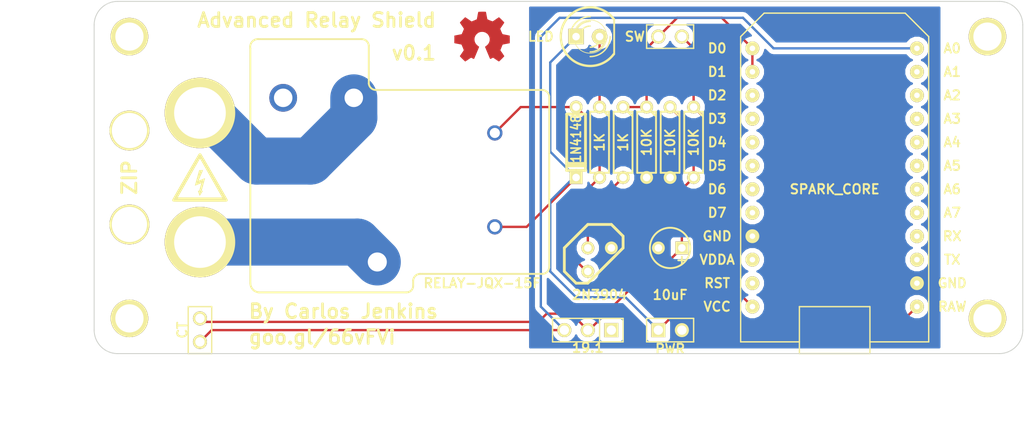
<source format=kicad_pcb>
(kicad_pcb (version 3) (host pcbnew "(2013-07-07 BZR 4022)-stable")

  (general
    (links 29)
    (no_connects 0)
    (area 81.610288 71.247 192.278 120.58)
    (thickness 1.6)
    (drawings 24)
    (tracks 77)
    (zones 0)
    (modules 25)
    (nets 12)
  )

  (page USLetter)
  (title_block 
    (title "Advanced Relay Shield for Spark Core")
    (rev 0.1)
    (company "Carlos Jenkins")
  )

  (layers
    (15 F.Cu signal)
    (0 B.Cu signal)
    (20 B.SilkS user)
    (21 F.SilkS user)
    (22 B.Mask user)
    (23 F.Mask user)
    (25 Cmts.User user)
    (28 Edge.Cuts user)
  )

  (setup
    (last_trace_width 0.254)
    (trace_clearance 0.254)
    (zone_clearance 0.508)
    (zone_45_only no)
    (trace_min 0.254)
    (segment_width 5.08)
    (edge_width 0.1)
    (via_size 0.889)
    (via_drill 0.635)
    (via_min_size 0.889)
    (via_min_drill 0.508)
    (uvia_size 0.508)
    (uvia_drill 0.127)
    (uvias_allowed no)
    (uvia_min_size 0.508)
    (uvia_min_drill 0.127)
    (pcb_text_width 0.3)
    (pcb_text_size 1.5 1.5)
    (mod_edge_width 0.2032)
    (mod_text_size 1.016 1.016)
    (mod_text_width 0.2032)
    (pad_size 3.0734 3.0734)
    (pad_drill 2.0574)
    (pad_to_mask_clearance 0)
    (aux_axis_origin 0 0)
    (visible_elements 7FFFFFBF)
    (pcbplotparams
      (layerselection 284196865)
      (usegerberextensions true)
      (excludeedgelayer true)
      (linewidth 0.150000)
      (plotframeref false)
      (viasonmask false)
      (mode 1)
      (useauxorigin false)
      (hpglpennumber 1)
      (hpglpenspeed 20)
      (hpglpendiameter 15)
      (hpglpenoverlay 2)
      (psnegative false)
      (psa4output false)
      (plotreference true)
      (plotvalue true)
      (plotothertext true)
      (plotinvisibletext false)
      (padsonsilk false)
      (subtractmaskfromsilk false)
      (outputformat 1)
      (mirror false)
      (drillshape 0)
      (scaleselection 1)
      (outputdirectory ../pcb/v0.1/))
  )

  (net 0 "")
  (net 1 +3.3V)
  (net 2 +5V)
  (net 3 /CS)
  (net 4 /RS)
  (net 5 GND)
  (net 6 N-000001)
  (net 7 N-0000027)
  (net 8 N-000003)
  (net 9 N-0000032)
  (net 10 N-0000033)
  (net 11 N-0000035)

  (net_class Default "This is the default net class."
    (clearance 0.254)
    (trace_width 0.254)
    (via_dia 0.889)
    (via_drill 0.635)
    (uvia_dia 0.508)
    (uvia_drill 0.127)
    (add_net "")
    (add_net +3.3V)
    (add_net +5V)
    (add_net /CS)
    (add_net /RS)
    (add_net GND)
    (add_net N-000001)
    (add_net N-000003)
    (add_net N-0000032)
    (add_net N-0000033)
  )

  (net_class "AC power" ""
    (clearance 2.54)
    (trace_width 5.08)
    (via_dia 0.889)
    (via_drill 0.635)
    (uvia_dia 0.508)
    (uvia_drill 0.127)
    (add_net N-0000027)
    (add_net N-0000035)
  )

  (module high_voltage_logo (layer F.Cu) (tedit 0) (tstamp 520CA943)
    (at 102.616 92.71)
    (fp_text reference G*** (at 0 3.73634) (layer F.SilkS) hide
      (effects (font (size 0.16256 0.16256) (thickness 0.03048)))
    )
    (fp_text value high_voltage_logo (at 0 -3.73634) (layer F.SilkS) hide
      (effects (font (size 0.16256 0.16256) (thickness 0.03048)))
    )
    (fp_poly (pts (xy 2.99974 2.45872) (xy 2.9845 2.51714) (xy 2.97688 2.53492) (xy 2.95148 2.56794)
      (xy 2.921 2.59588) (xy 2.89814 2.60604) (xy 2.8956 2.60858) (xy 2.88798 2.60858)
      (xy 2.88036 2.61112) (xy 2.86766 2.61112) (xy 2.84988 2.61366) (xy 2.82956 2.61366)
      (xy 2.80416 2.61366) (xy 2.77114 2.6162) (xy 2.73304 2.6162) (xy 2.68732 2.6162)
      (xy 2.63398 2.61874) (xy 2.57302 2.61874) (xy 2.5019 2.61874) (xy 2.42316 2.61874)
      (xy 2.38506 2.61874) (xy 2.38506 2.15646) (xy 2.37236 2.1336) (xy 2.36474 2.11836)
      (xy 2.34696 2.08534) (xy 2.32156 2.03962) (xy 2.28854 1.98374) (xy 2.2479 1.91262)
      (xy 2.20218 1.83134) (xy 2.14884 1.73736) (xy 2.09042 1.63576) (xy 2.02692 1.524)
      (xy 1.96088 1.40462) (xy 1.88722 1.27762) (xy 1.81102 1.14554) (xy 1.73228 1.00584)
      (xy 1.651 0.86106) (xy 1.56718 0.7112) (xy 1.48082 0.5588) (xy 1.39192 0.4064)
      (xy 1.30302 0.24892) (xy 1.21412 0.09144) (xy 1.12268 -0.0635) (xy 1.03378 -0.22098)
      (xy 0.94488 -0.37592) (xy 0.85852 -0.53086) (xy 0.77216 -0.68072) (xy 0.68834 -0.82804)
      (xy 0.60706 -0.97028) (xy 0.53086 -1.10744) (xy 0.45466 -1.23698) (xy 0.38608 -1.36144)
      (xy 0.32004 -1.47574) (xy 0.25908 -1.58496) (xy 0.2032 -1.68148) (xy 0.1524 -1.77038)
      (xy 0.10922 -1.84658) (xy 0.07112 -1.91008) (xy 0.04064 -1.96342) (xy 0.01778 -2.00152)
      (xy 0.00508 -2.02692) (xy 0 -2.03708) (xy -0.00254 -2.02946) (xy -0.01778 -2.0066)
      (xy -0.0381 -1.9685) (xy -0.06604 -1.9177) (xy -0.10414 -1.8542) (xy -0.14732 -1.78054)
      (xy -0.19558 -1.69418) (xy -0.25146 -1.59766) (xy -0.31242 -1.49098) (xy -0.37846 -1.37414)
      (xy -0.44704 -1.25222) (xy -0.5207 -1.12268) (xy -0.59944 -0.98806) (xy -0.68072 -0.84582)
      (xy -0.76454 -0.6985) (xy -0.84836 -0.54864) (xy -0.93726 -0.39624) (xy -1.02616 -0.23876)
      (xy -1.11506 -0.08128) (xy -1.20396 0.07366) (xy -1.2954 0.23114) (xy -1.3843 0.38862)
      (xy -1.4732 0.54356) (xy -1.55956 0.69596) (xy -1.64338 0.84582) (xy -1.7272 0.9906)
      (xy -1.80594 1.1303) (xy -1.88214 1.26492) (xy -1.9558 1.39446) (xy -2.02438 1.51384)
      (xy -2.08788 1.62814) (xy -2.14884 1.73228) (xy -2.20218 1.82626) (xy -2.2479 1.91008)
      (xy -2.28854 1.9812) (xy -2.3241 2.04216) (xy -2.3495 2.09042) (xy -2.36982 2.12344)
      (xy -2.37998 2.14376) (xy -2.38252 2.1463) (xy -2.3749 2.14884) (xy -2.34696 2.14884)
      (xy -2.30378 2.14884) (xy -2.24282 2.14884) (xy -2.16662 2.15138) (xy -2.07264 2.15138)
      (xy -1.96342 2.15138) (xy -1.8415 2.15392) (xy -1.70434 2.15392) (xy -1.55194 2.15392)
      (xy -1.38684 2.15392) (xy -1.20904 2.15392) (xy -1.01854 2.15392) (xy -0.81788 2.15392)
      (xy -0.60452 2.15646) (xy -0.37846 2.15646) (xy -0.14478 2.15646) (xy 0 2.15646)
      (xy 2.38506 2.15646) (xy 2.38506 2.61874) (xy 2.33426 2.61874) (xy 2.2352 2.61874)
      (xy 2.12344 2.62128) (xy 1.99898 2.62128) (xy 1.86436 2.62128) (xy 1.71704 2.62128)
      (xy 1.55448 2.62128) (xy 1.37922 2.62128) (xy 1.18872 2.62128) (xy 0.98298 2.62128)
      (xy 0.75946 2.62128) (xy 0.52324 2.62128) (xy 0.2667 2.62128) (xy 0 2.62128)
      (xy -0.27432 2.62128) (xy -0.52832 2.62128) (xy -0.76708 2.62128) (xy -0.9906 2.62128)
      (xy -1.19634 2.62128) (xy -1.38684 2.62128) (xy -1.5621 2.62128) (xy -1.72466 2.62128)
      (xy -1.87198 2.61874) (xy -2.00914 2.61874) (xy -2.13106 2.61874) (xy -2.24282 2.61874)
      (xy -2.34188 2.61874) (xy -2.43078 2.61874) (xy -2.51206 2.61874) (xy -2.58064 2.61874)
      (xy -2.6416 2.6162) (xy -2.69494 2.6162) (xy -2.74066 2.6162) (xy -2.77876 2.61366)
      (xy -2.80924 2.61366) (xy -2.83718 2.61366) (xy -2.8575 2.61112) (xy -2.87274 2.61112)
      (xy -2.88544 2.60858) (xy -2.89306 2.60858) (xy -2.89814 2.60604) (xy -2.90068 2.60604)
      (xy -2.9464 2.57302) (xy -2.97942 2.5273) (xy -2.9972 2.4765) (xy -2.99974 2.42062)
      (xy -2.99466 2.40538) (xy -2.98958 2.39268) (xy -2.97688 2.36728) (xy -2.95402 2.32664)
      (xy -2.92354 2.2733) (xy -2.88798 2.20726) (xy -2.84226 2.12852) (xy -2.79146 2.03708)
      (xy -2.73304 1.93802) (xy -2.66954 1.82626) (xy -2.60096 1.70688) (xy -2.5273 1.57734)
      (xy -2.4511 1.44018) (xy -2.36728 1.29794) (xy -2.28346 1.14808) (xy -2.19456 0.99314)
      (xy -2.10312 0.83566) (xy -2.00914 0.67056) (xy -1.91262 0.50546) (xy -1.81356 0.33528)
      (xy -1.71704 0.1651) (xy -1.61798 -0.00508) (xy -1.51892 -0.1778) (xy -1.41986 -0.35052)
      (xy -1.3208 -0.5207) (xy -1.22174 -0.69088) (xy -1.12522 -0.85598) (xy -1.03124 -1.01854)
      (xy -0.9398 -1.17856) (xy -0.8509 -1.3335) (xy -0.76454 -1.48082) (xy -0.68326 -1.62306)
      (xy -0.60452 -1.75768) (xy -0.53086 -1.88722) (xy -0.46228 -2.00406) (xy -0.39878 -2.11328)
      (xy -0.34036 -2.21488) (xy -0.28702 -2.30378) (xy -0.2413 -2.37998) (xy -0.2032 -2.44602)
      (xy -0.17272 -2.49682) (xy -0.14986 -2.53492) (xy -0.13462 -2.56032) (xy -0.12954 -2.56794)
      (xy -0.08636 -2.60096) (xy -0.03556 -2.61874) (xy 0 -2.62128) (xy 0.05588 -2.61366)
      (xy 0.10414 -2.5908) (xy 0.12954 -2.56794) (xy 0.13716 -2.55778) (xy 0.1524 -2.53238)
      (xy 0.17526 -2.49174) (xy 0.20828 -2.4384) (xy 0.24638 -2.37236) (xy 0.29464 -2.29362)
      (xy 0.34544 -2.20218) (xy 0.40386 -2.10058) (xy 0.4699 -1.99136) (xy 0.53848 -1.87198)
      (xy 0.61214 -1.74244) (xy 0.69342 -1.60782) (xy 0.7747 -1.46304) (xy 0.86106 -1.31318)
      (xy 0.94996 -1.16078) (xy 1.04394 -1.00076) (xy 1.13792 -0.83566) (xy 1.23444 -0.67056)
      (xy 1.33096 -0.50038) (xy 1.43002 -0.3302) (xy 1.52908 -0.15748) (xy 1.62814 0.0127)
      (xy 1.7272 0.18542) (xy 1.82626 0.3556) (xy 1.92278 0.52578) (xy 2.0193 0.69088)
      (xy 2.11328 0.85344) (xy 2.20472 1.01346) (xy 2.29362 1.1684) (xy 2.37744 1.31572)
      (xy 2.45872 1.45796) (xy 2.53746 1.59258) (xy 2.61112 1.72212) (xy 2.67716 1.83896)
      (xy 2.74066 1.94818) (xy 2.79654 2.04978) (xy 2.84734 2.13868) (xy 2.89052 2.21488)
      (xy 2.92862 2.28092) (xy 2.95656 2.33172) (xy 2.97942 2.37236) (xy 2.99212 2.39522)
      (xy 2.99466 2.40538) (xy 2.99974 2.45872) (xy 2.99974 2.45872)) (layer F.SilkS) (width 0.00254))
    (fp_poly (pts (xy 0.55372 0.07366) (xy 0.55118 0.08636) (xy 0.5461 0.11176) (xy 0.53594 0.1524)
      (xy 0.5207 0.20828) (xy 0.50292 0.27432) (xy 0.4826 0.35306) (xy 0.45974 0.43942)
      (xy 0.43434 0.53594) (xy 0.40894 0.63754) (xy 0.37846 0.74422) (xy 0.37338 0.762)
      (xy 0.19304 1.43764) (xy 0.25908 1.44018) (xy 0.2921 1.44272) (xy 0.3175 1.4478)
      (xy 0.32766 1.45034) (xy 0.32766 1.45288) (xy 0.32258 1.4605) (xy 0.30988 1.48336)
      (xy 0.28702 1.51638) (xy 0.26162 1.55702) (xy 0.2286 1.60528) (xy 0.19558 1.65862)
      (xy 0.15748 1.7145) (xy 0.12192 1.77038) (xy 0.08636 1.82372) (xy 0.05334 1.87452)
      (xy 0.02286 1.9177) (xy 0 1.9558) (xy -0.01778 1.9812) (xy -0.0254 1.9939)
      (xy -0.02794 1.9939) (xy -0.03556 1.9939) (xy -0.04318 1.97866) (xy -0.04572 1.97612)
      (xy -0.05334 1.95326) (xy -0.06604 1.92024) (xy -0.08128 1.87452) (xy -0.09906 1.82372)
      (xy -0.11938 1.7653) (xy -0.1397 1.70688) (xy -0.16002 1.64846) (xy -0.1778 1.59258)
      (xy -0.19558 1.53924) (xy -0.21082 1.49606) (xy -0.22098 1.46558) (xy -0.22606 1.44526)
      (xy -0.22606 1.44272) (xy -0.21844 1.43764) (xy -0.19558 1.4351) (xy -0.1651 1.43256)
      (xy -0.15494 1.43256) (xy -0.08382 1.43256) (xy 0.0254 1.03886) (xy 0.04826 0.95504)
      (xy 0.07112 0.87884) (xy 0.09144 0.81026) (xy 0.10922 0.74676) (xy 0.12192 0.6985)
      (xy 0.13462 0.6604) (xy 0.1397 0.635) (xy 0.14224 0.62738) (xy 0.13716 0.62484)
      (xy 0.12192 0.62992) (xy 0.09398 0.63754) (xy 0.05334 0.65278) (xy 0 0.67564)
      (xy -0.07112 0.70358) (xy -0.15748 0.7366) (xy -0.19558 0.75438) (xy -0.27178 0.78486)
      (xy -0.3429 0.8128) (xy -0.40386 0.8382) (xy -0.45974 0.85852) (xy -0.50292 0.87376)
      (xy -0.5334 0.88646) (xy -0.54864 0.89154) (xy -0.55118 0.89154) (xy -0.55118 0.88392)
      (xy -0.5461 0.85852) (xy -0.53594 0.81534) (xy -0.5207 0.762) (xy -0.50292 0.69342)
      (xy -0.48006 0.61214) (xy -0.45466 0.51816) (xy -0.42672 0.41656) (xy -0.39624 0.3048)
      (xy -0.36322 0.18542) (xy -0.32766 0.05842) (xy -0.32258 0.04572) (xy -0.08636 -0.79756)
      (xy 0.12954 -0.8001) (xy 0.34544 -0.80264) (xy 0.3175 -0.74168) (xy 0.30988 -0.72136)
      (xy 0.29464 -0.68834) (xy 0.27432 -0.64008) (xy 0.24892 -0.57912) (xy 0.21844 -0.51054)
      (xy 0.18288 -0.4318) (xy 0.14732 -0.34798) (xy 0.10668 -0.25654) (xy 0.06858 -0.16764)
      (xy 0.02794 -0.0762) (xy -0.00508 0.00762) (xy -0.04064 0.08636) (xy -0.07112 0.15748)
      (xy -0.09652 0.21844) (xy -0.11938 0.26924) (xy -0.13462 0.30988) (xy -0.14478 0.33528)
      (xy -0.14986 0.34544) (xy -0.1397 0.3429) (xy -0.11684 0.33274) (xy -0.07874 0.3175)
      (xy -0.03048 0.29972) (xy 0.0254 0.27686) (xy 0.09144 0.24892) (xy 0.1651 0.22098)
      (xy 0.20066 0.20574) (xy 0.28956 0.17018) (xy 0.36576 0.1397) (xy 0.4318 0.1143)
      (xy 0.48514 0.09398) (xy 0.52324 0.08128) (xy 0.5461 0.0762) (xy 0.55372 0.07366)
      (xy 0.55372 0.07366)) (layer F.SilkS) (width 0.00254))
  )

  (module oshw_logo (layer F.Cu) (tedit 0) (tstamp 520C9C63)
    (at 133.096 77.47)
    (fp_text reference G*** (at 0 3.18008) (layer F.SilkS) hide
      (effects (font (size 0.27178 0.27178) (thickness 0.05334)))
    )
    (fp_text value oshw_logo (at 0 -3.18008) (layer F.SilkS) hide
      (effects (font (size 0.27178 0.27178) (thickness 0.05334)))
    )
    (fp_poly (pts (xy -1.81864 2.69494) (xy -1.78562 2.67716) (xy -1.71704 2.63398) (xy -1.61544 2.56794)
      (xy -1.4986 2.4892) (xy -1.37922 2.40792) (xy -1.28016 2.34188) (xy -1.21158 2.2987)
      (xy -1.18364 2.28346) (xy -1.1684 2.28854) (xy -1.11252 2.31648) (xy -1.03124 2.35966)
      (xy -0.98298 2.38252) (xy -0.90678 2.41554) (xy -0.87122 2.42316) (xy -0.8636 2.413)
      (xy -0.83566 2.35458) (xy -0.79248 2.25552) (xy -0.7366 2.12598) (xy -0.67056 1.97358)
      (xy -0.60198 1.80848) (xy -0.5334 1.64084) (xy -0.46736 1.48336) (xy -0.4064 1.33858)
      (xy -0.36068 1.22174) (xy -0.3302 1.14046) (xy -0.3175 1.1049) (xy -0.32258 1.09728)
      (xy -0.35814 1.06172) (xy -0.42418 1.01346) (xy -0.56642 0.89662) (xy -0.70612 0.72136)
      (xy -0.79248 0.52324) (xy -0.82042 0.30226) (xy -0.79756 0.09906) (xy -0.71628 -0.09652)
      (xy -0.57912 -0.27432) (xy -0.41148 -0.4064) (xy -0.21844 -0.48768) (xy 0 -0.51562)
      (xy 0.20828 -0.49276) (xy 0.40894 -0.41402) (xy 0.58674 -0.2794) (xy 0.6604 -0.19304)
      (xy 0.76454 -0.0127) (xy 0.82296 0.1778) (xy 0.82804 0.22606) (xy 0.82042 0.43688)
      (xy 0.75692 0.64008) (xy 0.6477 0.82042) (xy 0.49276 0.96774) (xy 0.47244 0.98298)
      (xy 0.40132 1.03632) (xy 0.35306 1.07188) (xy 0.31496 1.10236) (xy 0.5842 1.75006)
      (xy 0.62738 1.85166) (xy 0.70104 2.02692) (xy 0.76454 2.17932) (xy 0.81788 2.30124)
      (xy 0.85344 2.38252) (xy 0.86868 2.41554) (xy 0.87122 2.41554) (xy 0.89408 2.42062)
      (xy 0.94234 2.40284) (xy 1.03378 2.35966) (xy 1.0922 2.32918) (xy 1.16078 2.29616)
      (xy 1.19126 2.28346) (xy 1.2192 2.29616) (xy 1.28524 2.33934) (xy 1.37922 2.40538)
      (xy 1.49606 2.48158) (xy 1.60528 2.55778) (xy 1.70688 2.62382) (xy 1.78054 2.67208)
      (xy 1.8161 2.68986) (xy 1.82118 2.68986) (xy 1.8542 2.67208) (xy 1.91262 2.62382)
      (xy 1.99898 2.54) (xy 2.12344 2.41808) (xy 2.14376 2.4003) (xy 2.24536 2.29616)
      (xy 2.32918 2.20726) (xy 2.38506 2.1463) (xy 2.40538 2.11836) (xy 2.40538 2.11836)
      (xy 2.38506 2.0828) (xy 2.33934 2.00914) (xy 2.2733 1.90754) (xy 2.19202 1.78562)
      (xy 1.97612 1.47574) (xy 2.0955 1.18364) (xy 2.13106 1.0922) (xy 2.17678 0.98298)
      (xy 2.2098 0.90678) (xy 2.22758 0.87122) (xy 2.2606 0.86106) (xy 2.33934 0.84074)
      (xy 2.45618 0.81788) (xy 2.59588 0.79248) (xy 2.72796 0.76708) (xy 2.84734 0.74422)
      (xy 2.9337 0.72898) (xy 2.9718 0.72136) (xy 2.98196 0.71374) (xy 2.98958 0.69596)
      (xy 2.99466 0.65532) (xy 2.9972 0.58166) (xy 2.99974 0.46736) (xy 2.99974 0.30226)
      (xy 2.99974 0.28448) (xy 2.9972 0.127) (xy 2.99466 0.00254) (xy 2.98958 -0.07874)
      (xy 2.9845 -0.11176) (xy 2.9845 -0.11176) (xy 2.9464 -0.12192) (xy 2.86258 -0.1397)
      (xy 2.7432 -0.16256) (xy 2.60096 -0.1905) (xy 2.5908 -0.1905) (xy 2.44856 -0.21844)
      (xy 2.33172 -0.24384) (xy 2.2479 -0.26162) (xy 2.21234 -0.27432) (xy 2.20472 -0.28448)
      (xy 2.17678 -0.34036) (xy 2.13614 -0.42672) (xy 2.08788 -0.5334) (xy 2.04216 -0.64516)
      (xy 2.00152 -0.74676) (xy 1.97612 -0.82042) (xy 1.9685 -0.85598) (xy 1.9685 -0.85598)
      (xy 1.98882 -0.889) (xy 2.03708 -0.96266) (xy 2.1082 -1.06426) (xy 2.18948 -1.18618)
      (xy 2.1971 -1.19634) (xy 2.27838 -1.31572) (xy 2.34442 -1.41732) (xy 2.3876 -1.48844)
      (xy 2.40538 -1.52146) (xy 2.40538 -1.524) (xy 2.37744 -1.55956) (xy 2.31648 -1.62814)
      (xy 2.22758 -1.71958) (xy 2.12344 -1.82372) (xy 2.09042 -1.85674) (xy 1.97358 -1.97104)
      (xy 1.8923 -2.0447) (xy 1.8415 -2.08534) (xy 1.81864 -2.0955) (xy 1.8161 -2.09296)
      (xy 1.78054 -2.07264) (xy 1.70434 -2.02184) (xy 1.60274 -1.95326) (xy 1.48082 -1.86944)
      (xy 1.4732 -1.86436) (xy 1.35128 -1.78308) (xy 1.25222 -1.7145) (xy 1.1811 -1.66878)
      (xy 1.15062 -1.651) (xy 1.14554 -1.651) (xy 1.09728 -1.6637) (xy 1.01092 -1.69418)
      (xy 0.90678 -1.73482) (xy 0.79502 -1.778) (xy 0.69342 -1.82118) (xy 0.61976 -1.85674)
      (xy 0.5842 -1.87706) (xy 0.58166 -1.87706) (xy 0.56896 -1.92024) (xy 0.54864 -2.01168)
      (xy 0.52324 -2.1336) (xy 0.4953 -2.28092) (xy 0.49022 -2.30378) (xy 0.46482 -2.44856)
      (xy 0.44196 -2.5654) (xy 0.42418 -2.64668) (xy 0.41656 -2.68224) (xy 0.39624 -2.68478)
      (xy 0.32512 -2.68986) (xy 0.21844 -2.69494) (xy 0.0889 -2.69494) (xy -0.04572 -2.69494)
      (xy -0.1778 -2.6924) (xy -0.28956 -2.68732) (xy -0.37084 -2.68224) (xy -0.4064 -2.67462)
      (xy -0.4064 -2.67208) (xy -0.4191 -2.6289) (xy -0.43942 -2.54) (xy -0.46482 -2.41554)
      (xy -0.49276 -2.26822) (xy -0.49784 -2.24028) (xy -0.52324 -2.09804) (xy -0.54864 -1.9812)
      (xy -0.56642 -1.90246) (xy -0.57404 -1.86944) (xy -0.58674 -1.86436) (xy -0.64516 -1.83642)
      (xy -0.74168 -1.79832) (xy -0.86106 -1.75006) (xy -1.13538 -1.6383) (xy -1.47066 -1.86944)
      (xy -1.50114 -1.88976) (xy -1.62306 -1.97358) (xy -1.72212 -2.03962) (xy -1.79324 -2.0828)
      (xy -1.82118 -2.10058) (xy -1.82372 -2.09804) (xy -1.85674 -2.0701) (xy -1.92278 -2.0066)
      (xy -2.01422 -1.9177) (xy -2.1209 -1.81356) (xy -2.19964 -1.73482) (xy -2.29108 -1.64084)
      (xy -2.3495 -1.57734) (xy -2.38252 -1.5367) (xy -2.39522 -1.5113) (xy -2.39014 -1.49352)
      (xy -2.36982 -1.4605) (xy -2.31902 -1.38684) (xy -2.25044 -1.2827) (xy -2.16916 -1.16586)
      (xy -2.10058 -1.06426) (xy -2.02692 -0.9525) (xy -1.9812 -0.87122) (xy -1.96342 -0.83312)
      (xy -1.9685 -0.81534) (xy -1.99136 -0.7493) (xy -2.032 -0.65024) (xy -2.0828 -0.53086)
      (xy -2.19964 -0.26416) (xy -2.3749 -0.23114) (xy -2.47904 -0.21082) (xy -2.6289 -0.18288)
      (xy -2.77114 -0.15494) (xy -2.99212 -0.11176) (xy -2.99974 0.6985) (xy -2.96418 0.71374)
      (xy -2.93116 0.7239) (xy -2.84988 0.74168) (xy -2.73304 0.76454) (xy -2.59588 0.78994)
      (xy -2.4765 0.8128) (xy -2.35966 0.83566) (xy -2.2733 0.8509) (xy -2.2352 0.85852)
      (xy -2.22758 0.87122) (xy -2.1971 0.92964) (xy -2.15392 1.02108) (xy -2.1082 1.1303)
      (xy -2.05994 1.2446) (xy -2.0193 1.34874) (xy -1.98882 1.43002) (xy -1.97866 1.47066)
      (xy -1.9939 1.50114) (xy -2.03962 1.57226) (xy -2.10566 1.67132) (xy -2.1844 1.78816)
      (xy -2.26568 1.90754) (xy -2.33426 2.0066) (xy -2.38252 2.08026) (xy -2.4003 2.11328)
      (xy -2.39014 2.13614) (xy -2.34442 2.19202) (xy -2.25552 2.28346) (xy -2.12344 2.41554)
      (xy -2.10058 2.43586) (xy -1.99644 2.53746) (xy -1.90754 2.61874) (xy -1.84658 2.67462)
      (xy -1.81864 2.69494)) (layer F.Mask) (width 0.00254))
  )

  (module oshw_logo (layer F.Cu) (tedit 0) (tstamp 520C9B9B)
    (at 133.096 77.47)
    (fp_text reference G*** (at 0 3.18008) (layer F.SilkS) hide
      (effects (font (size 0.27178 0.27178) (thickness 0.05334)))
    )
    (fp_text value oshw_logo (at 0 -3.18008) (layer F.SilkS) hide
      (effects (font (size 0.27178 0.27178) (thickness 0.05334)))
    )
    (fp_poly (pts (xy -1.81864 2.69494) (xy -1.78562 2.67716) (xy -1.71704 2.63398) (xy -1.61544 2.56794)
      (xy -1.4986 2.4892) (xy -1.37922 2.40792) (xy -1.28016 2.34188) (xy -1.21158 2.2987)
      (xy -1.18364 2.28346) (xy -1.1684 2.28854) (xy -1.11252 2.31648) (xy -1.03124 2.35966)
      (xy -0.98298 2.38252) (xy -0.90678 2.41554) (xy -0.87122 2.42316) (xy -0.8636 2.413)
      (xy -0.83566 2.35458) (xy -0.79248 2.25552) (xy -0.7366 2.12598) (xy -0.67056 1.97358)
      (xy -0.60198 1.80848) (xy -0.5334 1.64084) (xy -0.46736 1.48336) (xy -0.4064 1.33858)
      (xy -0.36068 1.22174) (xy -0.3302 1.14046) (xy -0.3175 1.1049) (xy -0.32258 1.09728)
      (xy -0.35814 1.06172) (xy -0.42418 1.01346) (xy -0.56642 0.89662) (xy -0.70612 0.72136)
      (xy -0.79248 0.52324) (xy -0.82042 0.30226) (xy -0.79756 0.09906) (xy -0.71628 -0.09652)
      (xy -0.57912 -0.27432) (xy -0.41148 -0.4064) (xy -0.21844 -0.48768) (xy 0 -0.51562)
      (xy 0.20828 -0.49276) (xy 0.40894 -0.41402) (xy 0.58674 -0.2794) (xy 0.6604 -0.19304)
      (xy 0.76454 -0.0127) (xy 0.82296 0.1778) (xy 0.82804 0.22606) (xy 0.82042 0.43688)
      (xy 0.75692 0.64008) (xy 0.6477 0.82042) (xy 0.49276 0.96774) (xy 0.47244 0.98298)
      (xy 0.40132 1.03632) (xy 0.35306 1.07188) (xy 0.31496 1.10236) (xy 0.5842 1.75006)
      (xy 0.62738 1.85166) (xy 0.70104 2.02692) (xy 0.76454 2.17932) (xy 0.81788 2.30124)
      (xy 0.85344 2.38252) (xy 0.86868 2.41554) (xy 0.87122 2.41554) (xy 0.89408 2.42062)
      (xy 0.94234 2.40284) (xy 1.03378 2.35966) (xy 1.0922 2.32918) (xy 1.16078 2.29616)
      (xy 1.19126 2.28346) (xy 1.2192 2.29616) (xy 1.28524 2.33934) (xy 1.37922 2.40538)
      (xy 1.49606 2.48158) (xy 1.60528 2.55778) (xy 1.70688 2.62382) (xy 1.78054 2.67208)
      (xy 1.8161 2.68986) (xy 1.82118 2.68986) (xy 1.8542 2.67208) (xy 1.91262 2.62382)
      (xy 1.99898 2.54) (xy 2.12344 2.41808) (xy 2.14376 2.4003) (xy 2.24536 2.29616)
      (xy 2.32918 2.20726) (xy 2.38506 2.1463) (xy 2.40538 2.11836) (xy 2.40538 2.11836)
      (xy 2.38506 2.0828) (xy 2.33934 2.00914) (xy 2.2733 1.90754) (xy 2.19202 1.78562)
      (xy 1.97612 1.47574) (xy 2.0955 1.18364) (xy 2.13106 1.0922) (xy 2.17678 0.98298)
      (xy 2.2098 0.90678) (xy 2.22758 0.87122) (xy 2.2606 0.86106) (xy 2.33934 0.84074)
      (xy 2.45618 0.81788) (xy 2.59588 0.79248) (xy 2.72796 0.76708) (xy 2.84734 0.74422)
      (xy 2.9337 0.72898) (xy 2.9718 0.72136) (xy 2.98196 0.71374) (xy 2.98958 0.69596)
      (xy 2.99466 0.65532) (xy 2.9972 0.58166) (xy 2.99974 0.46736) (xy 2.99974 0.30226)
      (xy 2.99974 0.28448) (xy 2.9972 0.127) (xy 2.99466 0.00254) (xy 2.98958 -0.07874)
      (xy 2.9845 -0.11176) (xy 2.9845 -0.11176) (xy 2.9464 -0.12192) (xy 2.86258 -0.1397)
      (xy 2.7432 -0.16256) (xy 2.60096 -0.1905) (xy 2.5908 -0.1905) (xy 2.44856 -0.21844)
      (xy 2.33172 -0.24384) (xy 2.2479 -0.26162) (xy 2.21234 -0.27432) (xy 2.20472 -0.28448)
      (xy 2.17678 -0.34036) (xy 2.13614 -0.42672) (xy 2.08788 -0.5334) (xy 2.04216 -0.64516)
      (xy 2.00152 -0.74676) (xy 1.97612 -0.82042) (xy 1.9685 -0.85598) (xy 1.9685 -0.85598)
      (xy 1.98882 -0.889) (xy 2.03708 -0.96266) (xy 2.1082 -1.06426) (xy 2.18948 -1.18618)
      (xy 2.1971 -1.19634) (xy 2.27838 -1.31572) (xy 2.34442 -1.41732) (xy 2.3876 -1.48844)
      (xy 2.40538 -1.52146) (xy 2.40538 -1.524) (xy 2.37744 -1.55956) (xy 2.31648 -1.62814)
      (xy 2.22758 -1.71958) (xy 2.12344 -1.82372) (xy 2.09042 -1.85674) (xy 1.97358 -1.97104)
      (xy 1.8923 -2.0447) (xy 1.8415 -2.08534) (xy 1.81864 -2.0955) (xy 1.8161 -2.09296)
      (xy 1.78054 -2.07264) (xy 1.70434 -2.02184) (xy 1.60274 -1.95326) (xy 1.48082 -1.86944)
      (xy 1.4732 -1.86436) (xy 1.35128 -1.78308) (xy 1.25222 -1.7145) (xy 1.1811 -1.66878)
      (xy 1.15062 -1.651) (xy 1.14554 -1.651) (xy 1.09728 -1.6637) (xy 1.01092 -1.69418)
      (xy 0.90678 -1.73482) (xy 0.79502 -1.778) (xy 0.69342 -1.82118) (xy 0.61976 -1.85674)
      (xy 0.5842 -1.87706) (xy 0.58166 -1.87706) (xy 0.56896 -1.92024) (xy 0.54864 -2.01168)
      (xy 0.52324 -2.1336) (xy 0.4953 -2.28092) (xy 0.49022 -2.30378) (xy 0.46482 -2.44856)
      (xy 0.44196 -2.5654) (xy 0.42418 -2.64668) (xy 0.41656 -2.68224) (xy 0.39624 -2.68478)
      (xy 0.32512 -2.68986) (xy 0.21844 -2.69494) (xy 0.0889 -2.69494) (xy -0.04572 -2.69494)
      (xy -0.1778 -2.6924) (xy -0.28956 -2.68732) (xy -0.37084 -2.68224) (xy -0.4064 -2.67462)
      (xy -0.4064 -2.67208) (xy -0.4191 -2.6289) (xy -0.43942 -2.54) (xy -0.46482 -2.41554)
      (xy -0.49276 -2.26822) (xy -0.49784 -2.24028) (xy -0.52324 -2.09804) (xy -0.54864 -1.9812)
      (xy -0.56642 -1.90246) (xy -0.57404 -1.86944) (xy -0.58674 -1.86436) (xy -0.64516 -1.83642)
      (xy -0.74168 -1.79832) (xy -0.86106 -1.75006) (xy -1.13538 -1.6383) (xy -1.47066 -1.86944)
      (xy -1.50114 -1.88976) (xy -1.62306 -1.97358) (xy -1.72212 -2.03962) (xy -1.79324 -2.0828)
      (xy -1.82118 -2.10058) (xy -1.82372 -2.09804) (xy -1.85674 -2.0701) (xy -1.92278 -2.0066)
      (xy -2.01422 -1.9177) (xy -2.1209 -1.81356) (xy -2.19964 -1.73482) (xy -2.29108 -1.64084)
      (xy -2.3495 -1.57734) (xy -2.38252 -1.5367) (xy -2.39522 -1.5113) (xy -2.39014 -1.49352)
      (xy -2.36982 -1.4605) (xy -2.31902 -1.38684) (xy -2.25044 -1.2827) (xy -2.16916 -1.16586)
      (xy -2.10058 -1.06426) (xy -2.02692 -0.9525) (xy -1.9812 -0.87122) (xy -1.96342 -0.83312)
      (xy -1.9685 -0.81534) (xy -1.99136 -0.7493) (xy -2.032 -0.65024) (xy -2.0828 -0.53086)
      (xy -2.19964 -0.26416) (xy -2.3749 -0.23114) (xy -2.47904 -0.21082) (xy -2.6289 -0.18288)
      (xy -2.77114 -0.15494) (xy -2.99212 -0.11176) (xy -2.99974 0.6985) (xy -2.96418 0.71374)
      (xy -2.93116 0.7239) (xy -2.84988 0.74168) (xy -2.73304 0.76454) (xy -2.59588 0.78994)
      (xy -2.4765 0.8128) (xy -2.35966 0.83566) (xy -2.2733 0.8509) (xy -2.2352 0.85852)
      (xy -2.22758 0.87122) (xy -2.1971 0.92964) (xy -2.15392 1.02108) (xy -2.1082 1.1303)
      (xy -2.05994 1.2446) (xy -2.0193 1.34874) (xy -1.98882 1.43002) (xy -1.97866 1.47066)
      (xy -1.9939 1.50114) (xy -2.03962 1.57226) (xy -2.10566 1.67132) (xy -2.1844 1.78816)
      (xy -2.26568 1.90754) (xy -2.33426 2.0066) (xy -2.38252 2.08026) (xy -2.4003 2.11328)
      (xy -2.39014 2.13614) (xy -2.34442 2.19202) (xy -2.25552 2.28346) (xy -2.12344 2.41554)
      (xy -2.10058 2.43586) (xy -1.99644 2.53746) (xy -1.90754 2.61874) (xy -1.84658 2.67462)
      (xy -1.81864 2.69494)) (layer F.Cu) (width 0.00254))
  )

  (module RELAY-JQX-15F (layer F.Cu) (tedit 520C8E6D) (tstamp 520BE61F)
    (at 124.206 91.44 90)
    (path /520B3D6D)
    (attr virtual)
    (fp_text reference RE1 (at 0 0 180) (layer F.SilkS) hide
      (effects (font (size 1.016 1.016) (thickness 0.2032)))
    )
    (fp_text value RELAY-JQX-15F (at -12.7 8.89 180) (layer F.SilkS)
      (effects (font (size 1.016 1.016) (thickness 0.2032)))
    )
    (fp_line (start -12.7 -16.14932) (end 12.7 -16.14932) (layer F.SilkS) (width 0.2032))
    (fp_line (start 13.69822 -15.24) (end 13.69822 -4.09956) (layer F.SilkS) (width 0.2032))
    (fp_line (start -13.69822 0.6985) (end -13.69822 -15.24) (layer F.SilkS) (width 0.2032))
    (fp_line (start -12.99972 1.4478) (end -12.39774 1.4478) (layer F.SilkS) (width 0.2032))
    (fp_line (start 8.89762 -3.34772) (end 12.99972 -3.34772) (layer F.SilkS) (width 0.2032))
    (fp_line (start -11.69924 2.19964) (end -11.69924 15.49908) (layer F.SilkS) (width 0.2032))
    (fp_line (start 8.19912 -2.59842) (end 8.19912 15.39748) (layer F.SilkS) (width 0.2032))
    (fp_line (start -10.9982 16.14932) (end 7.49808 16.14932) (layer F.SilkS) (width 0.2032))
    (fp_arc (start -12.6873 -15.13078) (end -13.69822 -15.24) (angle 83.2) (layer F.SilkS) (width 0.2032))
    (fp_arc (start 12.85748 -15.31874) (end 12.7 -16.14932) (angle 106.2) (layer F.SilkS) (width 0.2032))
    (fp_arc (start -12.98194 0.73152) (end -12.99972 1.4478) (angle 91.4) (layer F.SilkS) (width 0.2032))
    (fp_arc (start -12.4714 2.21742) (end -12.39774 1.4478) (angle 83.2) (layer F.SilkS) (width 0.2032))
    (fp_arc (start -10.91438 15.35684) (end -10.9982 16.14932) (angle 73.7) (layer F.SilkS) (width 0.2032))
    (fp_arc (start 7.42696 15.3797) (end 8.19912 15.39748) (angle 83.2) (layer F.SilkS) (width 0.2032))
    (fp_arc (start 8.97128 -2.58064) (end 8.19912 -2.59842) (angle 83.2) (layer F.SilkS) (width 0.2032))
    (fp_arc (start 12.92606 -4.11734) (end 13.69822 -4.09956) (angle 83.2) (layer F.SilkS) (width 0.2032))
    (pad C1 thru_hole circle (at -6.60908 10.26922 90) (size 1.64846 1.64846) (drill 1.09982)
      (layers *.Cu *.Mask)
      (net 2 +5V)
    )
    (pad C2 thru_hole circle (at 3.54838 10.26922 90) (size 1.64846 1.64846) (drill 1.09982)
      (layers *.Cu *.Mask)
      (net 6 N-000001)
    )
    (pad MAIN thru_hole circle (at -10.40892 -2.42824 90) (size 3.0734 3.0734) (drill 2.0574)
      (layers *.Cu *.Mask)
      (net 11 N-0000035)
    )
    (pad NC thru_hole circle (at 7.34822 -12.5984 90) (size 2.99974 2.99974) (drill 1.99898)
      (layers *.Cu *.Mask)
    )
    (pad NO thru_hole circle (at 7.34822 -4.96824 90) (size 2.99974 2.99974) (drill 1.99898)
      (layers *.Cu *.Mask)
      (net 7 N-0000027)
    )
  )

  (module 1pin (layer F.Cu) (tedit 520C2675) (tstamp 520BE6E4)
    (at 94.996 107.95)
    (descr "module 1 pin (ou trou mecanique de percage)")
    (tags DEV)
    (path /520B41BC)
    (clearance 2.35)
    (fp_text reference P8 (at 0 -3.048) (layer F.SilkS) hide
      (effects (font (size 1.016 1.016) (thickness 0.254)))
    )
    (fp_text value MH4 (at 0 2.794) (layer F.SilkS) hide
      (effects (font (size 1.016 1.016) (thickness 0.254)))
    )
    (pad 1 thru_hole circle (at 0 0) (size 4.064 4.064) (drill 3.048)
      (layers *.Cu *.Mask F.SilkS)
    )
  )

  (module 1pin (layer F.Cu) (tedit 520C266E) (tstamp 520BE6D2)
    (at 94.996 77.47)
    (descr "module 1 pin (ou trou mecanique de percage)")
    (tags DEV)
    (path /520B41A3)
    (clearance 2.35)
    (fp_text reference P5 (at 0 -3.048) (layer F.SilkS) hide
      (effects (font (size 1.016 1.016) (thickness 0.254)))
    )
    (fp_text value MH1 (at 0 2.794) (layer F.SilkS) hide
      (effects (font (size 1.016 1.016) (thickness 0.254)))
    )
    (pad 1 thru_hole circle (at 0 0) (size 4.064 4.064) (drill 3.048)
      (layers *.Cu *.Mask F.SilkS)
    )
  )

  (module 1pin (layer F.Cu) (tedit 520C2652) (tstamp 520C282F)
    (at 187.706 107.95)
    (descr "module 1 pin (ou trou mecanique de percage)")
    (tags DEV)
    (path /520B41B6)
    (clearance 2.35)
    (fp_text reference P7 (at 0 -3.048) (layer F.SilkS) hide
      (effects (font (size 1.016 1.016) (thickness 0.254)))
    )
    (fp_text value MH3 (at 0 2.794) (layer F.SilkS) hide
      (effects (font (size 1.016 1.016) (thickness 0.254)))
    )
    (pad 1 thru_hole circle (at 0 0) (size 4.064 4.064) (drill 3.048)
      (layers *.Cu *.Mask F.SilkS)
    )
  )

  (module 1pin (layer F.Cu) (tedit 520C261B) (tstamp 520C2823)
    (at 187.706 77.47)
    (descr "module 1 pin (ou trou mecanique de percage)")
    (tags DEV)
    (path /520B41B0)
    (clearance 2.35)
    (fp_text reference P6 (at 0 -3.048) (layer F.SilkS) hide
      (effects (font (size 1.016 1.016) (thickness 0.254)))
    )
    (fp_text value MH2 (at 0 2.794) (layer F.SilkS) hide
      (effects (font (size 1.016 1.016) (thickness 0.254)))
    )
    (pad 1 thru_hole circle (at 0 0) (size 4.064 4.064) (drill 3.048)
      (layers *.Cu *.Mask F.SilkS)
    )
  )

  (module PIN_ARRAY_3X1 (layer F.Cu) (tedit 520C02F8) (tstamp 520BE671)
    (at 144.526 109.22 180)
    (descr "Connecteur 3 pins")
    (tags "CONN DEV")
    (path /520AAB38)
    (fp_text reference R3 (at 0 -1.905 180) (layer F.SilkS) hide
      (effects (font (size 1.016 1.016) (thickness 0.2032)))
    )
    (fp_text value 19.1 (at 0 -1.905 180) (layer F.SilkS)
      (effects (font (size 1.016 1.016) (thickness 0.2032)))
    )
    (fp_line (start -3.81 1.27) (end -3.81 -1.27) (layer F.SilkS) (width 0.1524))
    (fp_line (start -3.81 -1.27) (end 3.81 -1.27) (layer F.SilkS) (width 0.1524))
    (fp_line (start 3.81 -1.27) (end 3.81 1.27) (layer F.SilkS) (width 0.1524))
    (fp_line (start 3.81 1.27) (end -3.81 1.27) (layer F.SilkS) (width 0.1524))
    (fp_line (start -1.27 -1.27) (end -1.27 1.27) (layer F.SilkS) (width 0.1524))
    (pad 3 thru_hole rect (at -2.54 0 180) (size 1.524 1.524) (drill 1.016)
      (layers *.Cu *.Mask F.SilkS)
    )
    (pad 2 thru_hole circle (at 0 0 180) (size 1.524 1.524) (drill 1.016)
      (layers *.Cu *.Mask F.SilkS)
      (net 8 N-000003)
    )
    (pad 1 thru_hole circle (at 2.54 0 180) (size 1.524 1.524) (drill 1.016)
      (layers *.Cu *.Mask F.SilkS)
      (net 3 /CS)
    )
    (model pin_array/pins_array_3x1.wrl
      (at (xyz 0 0 0))
      (scale (xyz 1 1 1))
      (rotate (xyz 0 0 0))
    )
  )

  (module C1.5V8V (layer F.Cu) (tedit 520C01A0) (tstamp 520BE758)
    (at 153.416 100.33 180)
    (path /520AAEA2)
    (fp_text reference C1 (at 1.27 -3.048 180) (layer F.SilkS) hide
      (effects (font (size 1 1) (thickness 0.15)))
    )
    (fp_text value 10uF (at 0 -5.08 180) (layer F.SilkS)
      (effects (font (size 1.016 1.016) (thickness 0.2032)))
    )
    (fp_circle (center 0 0) (end 1.27 1.778) (layer F.SilkS) (width 0.2032))
    (fp_text user + (at -1.27 -1.27 180) (layer F.SilkS)
      (effects (font (size 1.016 1.016) (thickness 0.2032)))
    )
    (pad 1 thru_hole rect (at -1.27 0 180) (size 1.397 1.397) (drill 0.8128)
      (layers *.Cu *.Mask F.SilkS)
      (net 8 N-000003)
    )
    (pad 2 thru_hole circle (at 1.27 0 180) (size 1.397 1.397) (drill 0.8128)
      (layers *.Cu *.Mask F.SilkS)
      (net 5 GND)
    )
    (model discret/c_vert_c1v8.wrl
      (at (xyz 0 0 0))
      (scale (xyz 0.7 0.7 0.5))
      (rotate (xyz 0 0 0))
    )
  )

  (module PIN_ARRAY_2X1 (layer F.Cu) (tedit 520BFE0A) (tstamp 520BE685)
    (at 153.416 77.47)
    (descr "Connecteurs 2 pins")
    (tags "CONN DEV")
    (path /520A9B3C)
    (fp_text reference SW1 (at 0 1.905) (layer F.SilkS) hide
      (effects (font (size 0.762 0.762) (thickness 0.1524)))
    )
    (fp_text value SW (at -3.81 0) (layer F.SilkS)
      (effects (font (size 1.016 1.016) (thickness 0.2032)))
    )
    (fp_line (start -2.54 1.27) (end -2.54 -1.27) (layer F.SilkS) (width 0.1524))
    (fp_line (start -2.54 -1.27) (end 2.54 -1.27) (layer F.SilkS) (width 0.1524))
    (fp_line (start 2.54 -1.27) (end 2.54 1.27) (layer F.SilkS) (width 0.1524))
    (fp_line (start 2.54 1.27) (end -2.54 1.27) (layer F.SilkS) (width 0.1524))
    (pad 1 thru_hole circle (at -1.27 0) (size 1.524 1.524) (drill 1.016)
      (layers *.Cu *.Mask F.SilkS)
      (net 4 /RS)
    )
    (pad 2 thru_hole circle (at 1.27 0) (size 1.524 1.524) (drill 1.016)
      (layers *.Cu *.Mask F.SilkS)
      (net 1 +3.3V)
    )
    (model pin_array/pins_array_2x1.wrl
      (at (xyz 0 0 0))
      (scale (xyz 1 1 1))
      (rotate (xyz 0 0 0))
    )
  )

  (module D3 (layer F.Cu) (tedit 520BFD7B) (tstamp 520BE6B8)
    (at 143.256 88.9 270)
    (descr "Diode 3 pas")
    (tags "DIODE DEV")
    (path /520A9B78)
    (fp_text reference D2 (at 0 1.905 270) (layer F.SilkS) hide
      (effects (font (size 1.016 1.016) (thickness 0.2032)))
    )
    (fp_text value 1N4148 (at -0.381 0 270) (layer F.SilkS)
      (effects (font (size 1.016 0.889) (thickness 0.1905)))
    )
    (fp_line (start 3.81 0) (end 3.048 0) (layer F.SilkS) (width 0.3048))
    (fp_line (start 3.048 0) (end 3.048 -1.016) (layer F.SilkS) (width 0.3048))
    (fp_line (start 3.048 -1.016) (end -3.048 -1.016) (layer F.SilkS) (width 0.3048))
    (fp_line (start -3.048 -1.016) (end -3.048 0) (layer F.SilkS) (width 0.3048))
    (fp_line (start -3.048 0) (end -3.81 0) (layer F.SilkS) (width 0.3048))
    (fp_line (start -3.048 0) (end -3.048 1.016) (layer F.SilkS) (width 0.3048))
    (fp_line (start -3.048 1.016) (end 3.048 1.016) (layer F.SilkS) (width 0.3048))
    (fp_line (start 3.048 1.016) (end 3.048 0) (layer F.SilkS) (width 0.3048))
    (fp_line (start 2.54 -1.016) (end 2.54 1.016) (layer F.SilkS) (width 0.3048))
    (fp_line (start 2.286 1.016) (end 2.286 -1.016) (layer F.SilkS) (width 0.3048))
    (pad 2 thru_hole rect (at 3.81 0 270) (size 1.397 1.397) (drill 0.8128)
      (layers *.Cu *.Mask F.SilkS)
      (net 2 +5V)
    )
    (pad 1 thru_hole circle (at -3.81 0 270) (size 1.397 1.397) (drill 0.8128)
      (layers *.Cu *.Mask F.SilkS)
      (net 6 N-000001)
    )
    (model discret/diode.wrl
      (at (xyz 0 0 0))
      (scale (xyz 0.3 0.3 0.3))
      (rotate (xyz 0 0 0))
    )
  )

  (module TO92 (layer F.Cu) (tedit 520BFE24) (tstamp 520BE5C7)
    (at 145.796 101.6)
    (descr "Transistor TO92 brochage type BC237")
    (tags "TR TO92")
    (path /520A9B9A)
    (fp_text reference Q1 (at -1.27 3.81) (layer F.SilkS) hide
      (effects (font (size 1.016 1.016) (thickness 0.2032)))
    )
    (fp_text value 2N3904 (at 0 3.81) (layer F.SilkS)
      (effects (font (size 1.016 1.016) (thickness 0.2032)))
    )
    (fp_line (start -1.27 2.54) (end 2.54 -1.27) (layer F.SilkS) (width 0.3048))
    (fp_line (start 2.54 -1.27) (end 2.54 -2.54) (layer F.SilkS) (width 0.3048))
    (fp_line (start 2.54 -2.54) (end 1.27 -3.81) (layer F.SilkS) (width 0.3048))
    (fp_line (start 1.27 -3.81) (end -1.27 -3.81) (layer F.SilkS) (width 0.3048))
    (fp_line (start -1.27 -3.81) (end -3.81 -1.27) (layer F.SilkS) (width 0.3048))
    (fp_line (start -3.81 -1.27) (end -3.81 1.27) (layer F.SilkS) (width 0.3048))
    (fp_line (start -3.81 1.27) (end -2.54 2.54) (layer F.SilkS) (width 0.3048))
    (fp_line (start -2.54 2.54) (end -1.27 2.54) (layer F.SilkS) (width 0.3048))
    (pad 1 thru_hole circle (at 1.27 -1.27) (size 1.397 1.397) (drill 0.8128)
      (layers *.Cu *.Mask F.SilkS)
      (net 5 GND)
    )
    (pad 2 thru_hole circle (at -1.27 -1.27) (size 1.397 1.397) (drill 0.8128)
      (layers *.Cu *.Mask F.SilkS)
      (net 10 N-0000033)
    )
    (pad 3 thru_hole circle (at -1.27 1.27) (size 1.397 1.397) (drill 0.8128)
      (layers *.Cu *.Mask F.SilkS)
      (net 6 N-000001)
    )
    (model discret/to98.wrl
      (at (xyz 0 0 0))
      (scale (xyz 1 1 1))
      (rotate (xyz 0 0 0))
    )
  )

  (module LED-5MM (layer F.Cu) (tedit 520BFE07) (tstamp 520BE6A8)
    (at 144.526 77.47)
    (descr "LED 5mm - Lead pitch 100mil (2,54mm)")
    (tags "LED led 5mm 5MM 100mil 2,54mm")
    (path /520A9B69)
    (fp_text reference D1 (at 0 -2.54) (layer F.SilkS) hide
      (effects (font (size 1.016 1.016) (thickness 0.2032)))
    )
    (fp_text value LED (at -5.08 0) (layer F.SilkS)
      (effects (font (size 1.016 1.016) (thickness 0.2032)))
    )
    (fp_line (start 2.8448 1.905) (end 2.8448 -1.905) (layer F.SilkS) (width 0.2032))
    (fp_circle (center 0.254 0) (end -1.016 1.27) (layer F.SilkS) (width 0.0762))
    (fp_arc (start 0.254 0) (end 2.794 1.905) (angle 286.2) (layer F.SilkS) (width 0.254))
    (fp_arc (start 0.254 0) (end -0.889 0) (angle 90) (layer F.SilkS) (width 0.1524))
    (fp_arc (start 0.254 0) (end 1.397 0) (angle 90) (layer F.SilkS) (width 0.1524))
    (fp_arc (start 0.254 0) (end -1.397 0) (angle 90) (layer F.SilkS) (width 0.1524))
    (fp_arc (start 0.254 0) (end 1.905 0) (angle 90) (layer F.SilkS) (width 0.1524))
    (fp_arc (start 0.254 0) (end -1.905 0) (angle 90) (layer F.SilkS) (width 0.1524))
    (fp_arc (start 0.254 0) (end 2.413 0) (angle 90) (layer F.SilkS) (width 0.1524))
    (pad 1 thru_hole rect (at -1.27 0) (size 1.6764 1.6764) (drill 0.8128)
      (layers *.Cu *.Mask F.SilkS)
      (net 2 +5V)
    )
    (pad 2 thru_hole circle (at 1.27 0) (size 1.6764 1.6764) (drill 0.8128)
      (layers *.Cu *.Mask F.SilkS)
      (net 9 N-0000032)
    )
    (model discret/leds/led5_vertical_verde.wrl
      (at (xyz 0 0 0))
      (scale (xyz 1 1 1))
      (rotate (xyz 0 0 0))
    )
  )

  (module PIN_ARRAY_2X1 (layer F.Cu) (tedit 520BF818) (tstamp 520BE67B)
    (at 102.616 109.22 90)
    (descr "Connecteurs 2 pins")
    (tags "CONN DEV")
    (path /520AAB24)
    (fp_text reference P1 (at 0 1.905 90) (layer F.SilkS) hide
      (effects (font (size 0.762 0.762) (thickness 0.1524)))
    )
    (fp_text value CT (at 0 -1.905 90) (layer F.SilkS)
      (effects (font (size 1.016 1.016) (thickness 0.2032)))
    )
    (fp_line (start -2.54 1.27) (end -2.54 -1.27) (layer F.SilkS) (width 0.1524))
    (fp_line (start -2.54 -1.27) (end 2.54 -1.27) (layer F.SilkS) (width 0.1524))
    (fp_line (start 2.54 -1.27) (end 2.54 1.27) (layer F.SilkS) (width 0.1524))
    (fp_line (start 2.54 1.27) (end -2.54 1.27) (layer F.SilkS) (width 0.1524))
    (pad 1 thru_hole circle (at -1.27 0 90) (size 1.524 1.524) (drill 1.016)
      (layers *.Cu *.Mask F.SilkS)
      (net 3 /CS)
    )
    (pad 2 thru_hole circle (at 1.27 0 90) (size 1.524 1.524) (drill 1.016)
      (layers *.Cu *.Mask F.SilkS)
      (net 8 N-000003)
    )
    (model pin_array/pins_array_2x1.wrl
      (at (xyz 0 0 0))
      (scale (xyz 1 1 1))
      (rotate (xyz 0 0 0))
    )
  )

  (module 1pin (layer F.Cu) (tedit 520BF64E) (tstamp 520BE6C6)
    (at 94.996 97.79)
    (descr "module 1 pin (ou trou mecanique de percage)")
    (tags DEV)
    (path /520B3F18)
    (fp_text reference P3 (at 0 -3.048) (layer F.SilkS) hide
      (effects (font (size 1.016 1.016) (thickness 0.254)))
    )
    (fp_text value Z2 (at 0 3.175) (layer F.SilkS) hide
      (effects (font (size 1.016 1.016) (thickness 0.254)))
    )
    (pad 1 thru_hole circle (at 0 0) (size 4.318 4.318) (drill 3.81)
      (layers *.Cu *.Mask F.SilkS)
    )
  )

  (module 1pin (layer F.Cu) (tedit 520BF62A) (tstamp 520BE6CC)
    (at 94.996 87.63)
    (descr "module 1 pin (ou trou mecanique de percage)")
    (tags DEV)
    (path /520B3F25)
    (fp_text reference P2 (at 0 -3.048) (layer F.SilkS) hide
      (effects (font (size 1.016 1.016) (thickness 0.254)))
    )
    (fp_text value Z1 (at 0 3.175) (layer F.SilkS) hide
      (effects (font (size 1.016 1.016) (thickness 0.254)))
    )
    (pad 1 thru_hole circle (at 0 0) (size 4.318 4.318) (drill 3.81)
      (layers *.Cu *.Mask F.SilkS)
    )
  )

  (module PIN_ARRAY_2X1 (layer F.Cu) (tedit 520CA9CA) (tstamp 520BE68F)
    (at 102.616 92.71 90)
    (descr "Connecteurs 2 pins")
    (tags "CONN DEV")
    (path /520B3F06)
    (fp_text reference P4 (at 0 -1.905 90) (layer F.SilkS) hide
      (effects (font (size 0.762 0.762) (thickness 0.1524)))
    )
    (fp_text value AC (at 0 0 90) (layer F.SilkS) hide
      (effects (font (size 1.524 1.524) (thickness 0.3048)))
    )
    (pad 1 thru_hole circle (at -6.985 0 90) (size 7.62 7.62) (drill 5.588)
      (layers *.Cu *.Mask F.SilkS)
      (net 11 N-0000035)
    )
    (pad 2 thru_hole circle (at 6.985 0 90) (size 7.62 7.62) (drill 5.588)
      (layers *.Cu *.Mask F.SilkS)
      (net 7 N-0000027)
    )
  )

  (module PIN_ARRAY_2X1 (layer F.Cu) (tedit 520C228A) (tstamp 520BE699)
    (at 153.416 109.22)
    (descr "Connecteurs 2 pins")
    (tags "CONN DEV")
    (path /520B47A7)
    (fp_text reference P9 (at 0 1.905) (layer F.SilkS) hide
      (effects (font (size 0.762 0.762) (thickness 0.1524)))
    )
    (fp_text value PWR (at 0 2.032) (layer F.SilkS)
      (effects (font (size 1.016 1.016) (thickness 0.2032)))
    )
    (fp_line (start -2.54 1.27) (end -2.54 -1.27) (layer F.SilkS) (width 0.1524))
    (fp_line (start -2.54 -1.27) (end 2.54 -1.27) (layer F.SilkS) (width 0.1524))
    (fp_line (start 2.54 -1.27) (end 2.54 1.27) (layer F.SilkS) (width 0.1524))
    (fp_line (start 2.54 1.27) (end -2.54 1.27) (layer F.SilkS) (width 0.1524))
    (pad 1 thru_hole rect (at -1.27 0) (size 1.524 1.524) (drill 1.016)
      (layers *.Cu *.Mask F.SilkS)
      (net 2 +5V)
    )
    (pad 2 thru_hole circle (at 1.27 0) (size 1.524 1.524) (drill 1.016)
      (layers *.Cu *.Mask F.SilkS)
      (net 5 GND)
    )
    (model pin_array/pins_array_2x1.wrl
      (at (xyz 0 0 0))
      (scale (xyz 1 1 1))
      (rotate (xyz 0 0 0))
    )
  )

  (module SPARK_CORE (layer F.Cu) (tedit 520C8C4A) (tstamp 520BE606)
    (at 171.196 93.98 180)
    (path /5209DC68)
    (attr virtual)
    (fp_text reference U1 (at 0 1.27 180) (layer F.SilkS) hide
      (effects (font (size 1.016 1.016) (thickness 0.2032)))
    )
    (fp_text value SPARK_CORE (at 0 0 180) (layer F.SilkS)
      (effects (font (size 1.016 1.016) (thickness 0.2032)))
    )
    (fp_text user D0 (at 12.7 15.24 180) (layer F.SilkS)
      (effects (font (size 1.016 1.016) (thickness 0.2032)))
    )
    (fp_text user D1 (at 12.7 12.7 180) (layer F.SilkS)
      (effects (font (size 1.016 1.016) (thickness 0.2032)))
    )
    (fp_text user D2 (at 12.7 10.16 180) (layer F.SilkS)
      (effects (font (size 1.016 1.016) (thickness 0.2032)))
    )
    (fp_text user D3 (at 12.7 7.62 180) (layer F.SilkS)
      (effects (font (size 1.016 1.016) (thickness 0.2032)))
    )
    (fp_text user D4 (at 12.7 5.08 180) (layer F.SilkS)
      (effects (font (size 1.016 1.016) (thickness 0.2032)))
    )
    (fp_text user D5 (at 12.7 2.54 180) (layer F.SilkS)
      (effects (font (size 1.016 1.016) (thickness 0.2032)))
    )
    (fp_text user D6 (at 12.7 0 180) (layer F.SilkS)
      (effects (font (size 1.016 1.016) (thickness 0.2032)))
    )
    (fp_text user D7 (at 12.7 -2.54 180) (layer F.SilkS)
      (effects (font (size 1.016 1.016) (thickness 0.2032)))
    )
    (fp_text user GND (at 12.7 -5.08 180) (layer F.SilkS)
      (effects (font (size 1.016 1.016) (thickness 0.2032)))
    )
    (fp_text user VDDA (at 12.7 -7.62 180) (layer F.SilkS)
      (effects (font (size 1.016 1.016) (thickness 0.2032)))
    )
    (fp_text user RST (at 12.7 -10.16 180) (layer F.SilkS)
      (effects (font (size 1.016 1.016) (thickness 0.2032)))
    )
    (fp_text user VCC (at 12.7 -12.7 180) (layer F.SilkS)
      (effects (font (size 1.016 1.016) (thickness 0.2032)))
    )
    (fp_text user A0 (at -12.7 15.24 180) (layer F.SilkS)
      (effects (font (size 1.016 1.016) (thickness 0.2032)))
    )
    (fp_text user A1 (at -12.7 12.7 180) (layer F.SilkS)
      (effects (font (size 1.016 1.016) (thickness 0.2032)))
    )
    (fp_text user A2 (at -12.7 10.16 180) (layer F.SilkS)
      (effects (font (size 1.016 1.016) (thickness 0.2032)))
    )
    (fp_text user A3 (at -12.7 7.62 180) (layer F.SilkS)
      (effects (font (size 1.016 1.016) (thickness 0.2032)))
    )
    (fp_text user A4 (at -12.7 5.08 180) (layer F.SilkS)
      (effects (font (size 1.016 1.016) (thickness 0.2032)))
    )
    (fp_text user A5 (at -12.7 2.54 180) (layer F.SilkS)
      (effects (font (size 1.016 1.016) (thickness 0.2032)))
    )
    (fp_text user A6 (at -12.7 0 180) (layer F.SilkS)
      (effects (font (size 1.016 1.016) (thickness 0.2032)))
    )
    (fp_text user A7 (at -12.7 -2.54 180) (layer F.SilkS)
      (effects (font (size 1.016 1.016) (thickness 0.2032)))
    )
    (fp_text user RX (at -12.7 -5.08 180) (layer F.SilkS)
      (effects (font (size 1.016 1.016) (thickness 0.2032)))
    )
    (fp_text user TX (at -12.7 -7.62 180) (layer F.SilkS)
      (effects (font (size 1.016 1.016) (thickness 0.2032)))
    )
    (fp_text user GND (at -12.7 -10.16 180) (layer F.SilkS)
      (effects (font (size 1.016 1.016) (thickness 0.2032)))
    )
    (fp_text user RAW (at -12.7 -12.7 180) (layer F.SilkS)
      (effects (font (size 1.016 1.016) (thickness 0.2032)))
    )
    (fp_line (start -3.81 -16.51) (end -10.16 -16.51) (layer F.SilkS) (width 0.15))
    (fp_line (start 10.16 -16.51) (end 3.81 -16.51) (layer F.SilkS) (width 0.15))
    (fp_line (start -3.81 -12.7) (end 3.81 -12.7) (layer F.SilkS) (width 0.15))
    (fp_line (start 3.81 -12.7) (end 3.81 -17.78) (layer F.SilkS) (width 0.15))
    (fp_line (start 3.81 -17.78) (end -3.81 -17.78) (layer F.SilkS) (width 0.15))
    (fp_line (start -3.81 -17.78) (end -3.81 -12.7) (layer F.SilkS) (width 0.15))
    (fp_line (start -10.16 16.51) (end -7.62 19.05) (layer F.SilkS) (width 0.15))
    (fp_line (start -7.62 19.05) (end 7.62 19.05) (layer F.SilkS) (width 0.15))
    (fp_line (start 7.62 19.05) (end 10.16 16.51) (layer F.SilkS) (width 0.15))
    (fp_line (start -10.16 -16.51) (end -10.16 16.51) (layer F.SilkS) (width 0.15))
    (fp_line (start 10.16 -16.51) (end 10.16 16.51) (layer F.SilkS) (width 0.15))
    (pad 1 thru_hole circle (at -8.89 -12.7 180) (size 1.5 1.5) (drill 0.6)
      (layers *.Cu *.Mask F.SilkS)
      (net 2 +5V)
    )
    (pad 2 thru_hole circle (at -8.89 -10.16 180) (size 1.5 1.5) (drill 0.6)
      (layers *.Cu *.Mask F.SilkS)
      (net 5 GND)
    )
    (pad 3 thru_hole circle (at -8.89 -7.62 180) (size 1.5 1.5) (drill 0.6)
      (layers *.Cu *.Mask F.SilkS)
    )
    (pad 4 thru_hole circle (at -8.89 -5.08 180) (size 1.5 1.5) (drill 0.6)
      (layers *.Cu *.Mask F.SilkS)
    )
    (pad 5 thru_hole circle (at -8.89 -2.54 180) (size 1.5 1.5) (drill 0.6)
      (layers *.Cu *.Mask F.SilkS)
    )
    (pad 6 thru_hole circle (at -8.89 0 180) (size 1.5 1.5) (drill 0.6)
      (layers *.Cu *.Mask F.SilkS)
    )
    (pad 7 thru_hole circle (at -8.89 2.54 180) (size 1.5 1.5) (drill 0.6)
      (layers *.Cu *.Mask F.SilkS)
    )
    (pad 8 thru_hole circle (at -8.89 5.08 180) (size 1.5 1.5) (drill 0.6)
      (layers *.Cu *.Mask F.SilkS)
    )
    (pad 9 thru_hole circle (at -8.89 7.62 180) (size 1.5 1.5) (drill 0.6)
      (layers *.Cu *.Mask F.SilkS)
    )
    (pad 10 thru_hole circle (at -8.89 10.16 180) (size 1.5 1.5) (drill 0.6)
      (layers *.Cu *.Mask F.SilkS)
    )
    (pad 11 thru_hole circle (at -8.89 12.7 180) (size 1.5 1.5) (drill 0.6)
      (layers *.Cu *.Mask F.SilkS)
    )
    (pad 12 thru_hole circle (at -8.89 15.24 180) (size 1.5 1.5) (drill 0.6)
      (layers *.Cu *.Mask F.SilkS)
      (net 3 /CS)
    )
    (pad 13 thru_hole circle (at 8.89 15.24 180) (size 1.5 1.5) (drill 0.6)
      (layers *.Cu *.Mask F.SilkS)
      (net 4 /RS)
    )
    (pad 14 thru_hole circle (at 8.89 12.7 180) (size 1.5 1.5) (drill 0.6)
      (layers *.Cu *.Mask F.SilkS)
      (net 4 /RS)
    )
    (pad 15 thru_hole circle (at 8.89 10.16 180) (size 1.5 1.5) (drill 0.6)
      (layers *.Cu *.Mask F.SilkS)
    )
    (pad 16 thru_hole circle (at 8.89 7.62 180) (size 1.5 1.5) (drill 0.6)
      (layers *.Cu *.Mask F.SilkS)
    )
    (pad 17 thru_hole circle (at 8.89 5.08 180) (size 1.5 1.5) (drill 0.6)
      (layers *.Cu *.Mask F.SilkS)
    )
    (pad 18 thru_hole circle (at 8.89 2.54 180) (size 1.5 1.5) (drill 0.6)
      (layers *.Cu *.Mask F.SilkS)
    )
    (pad 19 thru_hole circle (at 8.89 0 180) (size 1.5 1.5) (drill 0.6)
      (layers *.Cu *.Mask F.SilkS)
    )
    (pad 20 thru_hole circle (at 8.89 -2.54 180) (size 1.5 1.5) (drill 0.6)
      (layers *.Cu *.Mask F.SilkS)
    )
    (pad 21 thru_hole circle (at 8.89 -5.08 180) (size 1.5 1.5) (drill 0.6)
      (layers *.Cu *.Mask F.SilkS)
      (net 5 GND)
    )
    (pad 22 thru_hole circle (at 8.89 -7.62 180) (size 1.5 1.5) (drill 0.6)
      (layers *.Cu *.Mask F.SilkS)
    )
    (pad 23 thru_hole circle (at 8.89 -10.16 180) (size 1.5 1.5) (drill 0.6)
      (layers *.Cu *.Mask F.SilkS)
    )
    (pad 24 thru_hole circle (at 8.89 -12.7 180) (size 1.5 1.5) (drill 0.6)
      (layers *.Cu *.Mask F.SilkS)
      (net 1 +3.3V)
    )
  )

  (module R3 (layer F.Cu) (tedit 520BFD47) (tstamp 520BE62D)
    (at 153.416 88.9 270)
    (descr "Resitance 3 pas")
    (tags R)
    (path /520AADC8)
    (autoplace_cost180 10)
    (fp_text reference R2 (at 0 0.127 270) (layer F.SilkS) hide
      (effects (font (size 1.397 1.27) (thickness 0.2032)))
    )
    (fp_text value 10K (at 0 0 270) (layer F.SilkS)
      (effects (font (size 1.016 1.016) (thickness 0.2032)))
    )
    (fp_line (start -3.81 0) (end -3.302 0) (layer F.SilkS) (width 0.2032))
    (fp_line (start 3.81 0) (end 3.302 0) (layer F.SilkS) (width 0.2032))
    (fp_line (start 3.302 0) (end 3.302 -1.016) (layer F.SilkS) (width 0.2032))
    (fp_line (start 3.302 -1.016) (end -3.302 -1.016) (layer F.SilkS) (width 0.2032))
    (fp_line (start -3.302 -1.016) (end -3.302 1.016) (layer F.SilkS) (width 0.2032))
    (fp_line (start -3.302 1.016) (end 3.302 1.016) (layer F.SilkS) (width 0.2032))
    (fp_line (start 3.302 1.016) (end 3.302 0) (layer F.SilkS) (width 0.2032))
    (fp_line (start -3.302 -0.508) (end -2.794 -1.016) (layer F.SilkS) (width 0.2032))
    (pad 1 thru_hole circle (at -3.81 0 270) (size 1.397 1.397) (drill 0.8128)
      (layers *.Cu *.Mask F.SilkS)
      (net 8 N-000003)
    )
    (pad 2 thru_hole circle (at 3.81 0 270) (size 1.397 1.397) (drill 0.8128)
      (layers *.Cu *.Mask F.SilkS)
      (net 5 GND)
    )
    (model discret/resistor.wrl
      (at (xyz 0 0 0))
      (scale (xyz 0.3 0.3 0.3))
      (rotate (xyz 0 0 0))
    )
  )

  (module R3 (layer F.Cu) (tedit 520BFD4E) (tstamp 520BE63B)
    (at 155.956 88.9 270)
    (descr "Resitance 3 pas")
    (tags R)
    (path /520AADC2)
    (autoplace_cost180 10)
    (fp_text reference R1 (at 0 0.127 270) (layer F.SilkS) hide
      (effects (font (size 1.397 1.27) (thickness 0.2032)))
    )
    (fp_text value 10K (at 0 0 270) (layer F.SilkS)
      (effects (font (size 1.016 1.016) (thickness 0.2032)))
    )
    (fp_line (start -3.81 0) (end -3.302 0) (layer F.SilkS) (width 0.2032))
    (fp_line (start 3.81 0) (end 3.302 0) (layer F.SilkS) (width 0.2032))
    (fp_line (start 3.302 0) (end 3.302 -1.016) (layer F.SilkS) (width 0.2032))
    (fp_line (start 3.302 -1.016) (end -3.302 -1.016) (layer F.SilkS) (width 0.2032))
    (fp_line (start -3.302 -1.016) (end -3.302 1.016) (layer F.SilkS) (width 0.2032))
    (fp_line (start -3.302 1.016) (end 3.302 1.016) (layer F.SilkS) (width 0.2032))
    (fp_line (start 3.302 1.016) (end 3.302 0) (layer F.SilkS) (width 0.2032))
    (fp_line (start -3.302 -0.508) (end -2.794 -1.016) (layer F.SilkS) (width 0.2032))
    (pad 1 thru_hole circle (at -3.81 0 270) (size 1.397 1.397) (drill 0.8128)
      (layers *.Cu *.Mask F.SilkS)
      (net 1 +3.3V)
    )
    (pad 2 thru_hole circle (at 3.81 0 270) (size 1.397 1.397) (drill 0.8128)
      (layers *.Cu *.Mask F.SilkS)
      (net 8 N-000003)
    )
    (model discret/resistor.wrl
      (at (xyz 0 0 0))
      (scale (xyz 0.3 0.3 0.3))
      (rotate (xyz 0 0 0))
    )
  )

  (module R3 (layer F.Cu) (tedit 520BFD41) (tstamp 520BE649)
    (at 150.876 88.9 270)
    (descr "Resitance 3 pas")
    (tags R)
    (path /520AAAED)
    (autoplace_cost180 10)
    (fp_text reference R4 (at 0 0.127 270) (layer F.SilkS) hide
      (effects (font (size 1.397 1.27) (thickness 0.2032)))
    )
    (fp_text value 10K (at 0 0 270) (layer F.SilkS)
      (effects (font (size 1.016 1.016) (thickness 0.2032)))
    )
    (fp_line (start -3.81 0) (end -3.302 0) (layer F.SilkS) (width 0.2032))
    (fp_line (start 3.81 0) (end 3.302 0) (layer F.SilkS) (width 0.2032))
    (fp_line (start 3.302 0) (end 3.302 -1.016) (layer F.SilkS) (width 0.2032))
    (fp_line (start 3.302 -1.016) (end -3.302 -1.016) (layer F.SilkS) (width 0.2032))
    (fp_line (start -3.302 -1.016) (end -3.302 1.016) (layer F.SilkS) (width 0.2032))
    (fp_line (start -3.302 1.016) (end 3.302 1.016) (layer F.SilkS) (width 0.2032))
    (fp_line (start 3.302 1.016) (end 3.302 0) (layer F.SilkS) (width 0.2032))
    (fp_line (start -3.302 -0.508) (end -2.794 -1.016) (layer F.SilkS) (width 0.2032))
    (pad 1 thru_hole circle (at -3.81 0 270) (size 1.397 1.397) (drill 0.8128)
      (layers *.Cu *.Mask F.SilkS)
      (net 4 /RS)
    )
    (pad 2 thru_hole circle (at 3.81 0 270) (size 1.397 1.397) (drill 0.8128)
      (layers *.Cu *.Mask F.SilkS)
      (net 5 GND)
    )
    (model discret/resistor.wrl
      (at (xyz 0 0 0))
      (scale (xyz 0.3 0.3 0.3))
      (rotate (xyz 0 0 0))
    )
  )

  (module R3 (layer F.Cu) (tedit 520BFD39) (tstamp 520BE657)
    (at 148.336 88.9 270)
    (descr "Resitance 3 pas")
    (tags R)
    (path /520AA4F9)
    (autoplace_cost180 10)
    (fp_text reference R5 (at 0 0.127 270) (layer F.SilkS) hide
      (effects (font (size 1.397 1.27) (thickness 0.2032)))
    )
    (fp_text value 1K (at 0 0 270) (layer F.SilkS)
      (effects (font (size 1.016 1.016) (thickness 0.2032)))
    )
    (fp_line (start -3.81 0) (end -3.302 0) (layer F.SilkS) (width 0.2032))
    (fp_line (start 3.81 0) (end 3.302 0) (layer F.SilkS) (width 0.2032))
    (fp_line (start 3.302 0) (end 3.302 -1.016) (layer F.SilkS) (width 0.2032))
    (fp_line (start 3.302 -1.016) (end -3.302 -1.016) (layer F.SilkS) (width 0.2032))
    (fp_line (start -3.302 -1.016) (end -3.302 1.016) (layer F.SilkS) (width 0.2032))
    (fp_line (start -3.302 1.016) (end 3.302 1.016) (layer F.SilkS) (width 0.2032))
    (fp_line (start 3.302 1.016) (end 3.302 0) (layer F.SilkS) (width 0.2032))
    (fp_line (start -3.302 -0.508) (end -2.794 -1.016) (layer F.SilkS) (width 0.2032))
    (pad 1 thru_hole circle (at -3.81 0 270) (size 1.397 1.397) (drill 0.8128)
      (layers *.Cu *.Mask F.SilkS)
      (net 4 /RS)
    )
    (pad 2 thru_hole circle (at 3.81 0 270) (size 1.397 1.397) (drill 0.8128)
      (layers *.Cu *.Mask F.SilkS)
      (net 10 N-0000033)
    )
    (model discret/resistor.wrl
      (at (xyz 0 0 0))
      (scale (xyz 0.3 0.3 0.3))
      (rotate (xyz 0 0 0))
    )
  )

  (module R3 (layer F.Cu) (tedit 520BFD2F) (tstamp 520BE665)
    (at 145.796 88.9 270)
    (descr "Resitance 3 pas")
    (tags R)
    (path /520A9BDC)
    (autoplace_cost180 10)
    (fp_text reference R6 (at 0 0.127 270) (layer F.SilkS) hide
      (effects (font (size 1.397 1.27) (thickness 0.2032)))
    )
    (fp_text value 1K (at 0 0 270) (layer F.SilkS)
      (effects (font (size 1.016 1.016) (thickness 0.2032)))
    )
    (fp_line (start -3.81 0) (end -3.302 0) (layer F.SilkS) (width 0.2032))
    (fp_line (start 3.81 0) (end 3.302 0) (layer F.SilkS) (width 0.2032))
    (fp_line (start 3.302 0) (end 3.302 -1.016) (layer F.SilkS) (width 0.2032))
    (fp_line (start 3.302 -1.016) (end -3.302 -1.016) (layer F.SilkS) (width 0.2032))
    (fp_line (start -3.302 -1.016) (end -3.302 1.016) (layer F.SilkS) (width 0.2032))
    (fp_line (start -3.302 1.016) (end 3.302 1.016) (layer F.SilkS) (width 0.2032))
    (fp_line (start 3.302 1.016) (end 3.302 0) (layer F.SilkS) (width 0.2032))
    (fp_line (start -3.302 -0.508) (end -2.794 -1.016) (layer F.SilkS) (width 0.2032))
    (pad 1 thru_hole circle (at -3.81 0 270) (size 1.397 1.397) (drill 0.8128)
      (layers *.Cu *.Mask F.SilkS)
      (net 9 N-0000032)
    )
    (pad 2 thru_hole circle (at 3.81 0 270) (size 1.397 1.397) (drill 0.8128)
      (layers *.Cu *.Mask F.SilkS)
      (net 6 N-000001)
    )
    (model discret/resistor.wrl
      (at (xyz 0 0 0))
      (scale (xyz 0.3 0.3 0.3))
      (rotate (xyz 0 0 0))
    )
  )

  (gr_text "By Carlos Jenkins" (at 118.11 107.188) (layer F.SilkS)
    (effects (font (size 1.5 1.5) (thickness 0.3)))
  )
  (gr_text goo.gl/66vFVi (at 115.824 109.982) (layer F.SilkS)
    (effects (font (size 1.5 1.5) (thickness 0.3)))
  )
  (gr_text v0.1 (at 125.73 79.248) (layer F.SilkS)
    (effects (font (size 1.5 1.5) (thickness 0.3)))
  )
  (gr_text "Advanced Relay Shield" (at 128.27 75.692) (layer F.SilkS)
    (effects (font (size 1.5 1.5) (thickness 0.3)) (justify right))
  )
  (gr_line (start 102.8446 85.09) (end 102.5652 85.09) (angle 90) (layer B.Mask) (width 5.08))
  (gr_line (start 108.6612 90.9066) (end 102.8446 85.09) (angle 90) (layer B.Mask) (width 5.08))
  (gr_line (start 114.6048 90.9066) (end 108.6612 90.9066) (angle 90) (layer B.Mask) (width 5.08))
  (gr_line (start 119.253 86.2584) (end 114.6048 90.9066) (angle 90) (layer B.Mask) (width 5.08))
  (gr_line (start 119.253 84.0994) (end 119.253 86.2584) (angle 90) (layer B.Mask) (width 5.08))
  (gr_line (start 119.6594 99.7204) (end 118.9736 99.7204) (angle 90) (layer B.Mask) (width 5.08))
  (gr_line (start 121.793 101.854) (end 119.6594 99.7204) (angle 90) (layer B.Mask) (width 5.08))
  (gr_line (start 102.616 99.695) (end 119.126 99.695) (angle 90) (layer B.Mask) (width 5.08))
  (gr_line (start 91.186 109.22) (end 91.186 76.2) (angle 90) (layer Edge.Cuts) (width 0.1))
  (gr_line (start 188.976 111.76) (end 93.726 111.76) (angle 90) (layer Edge.Cuts) (width 0.1))
  (gr_line (start 191.516 76.2) (end 191.516 109.22) (angle 90) (layer Edge.Cuts) (width 0.1))
  (gr_line (start 93.726 73.66) (end 188.976 73.66) (angle 90) (layer Edge.Cuts) (width 0.1))
  (gr_arc (start 93.726 76.2) (end 91.186 76.2) (angle 90) (layer Edge.Cuts) (width 0.1))
  (gr_arc (start 93.726 109.22) (end 93.726 111.76) (angle 90) (layer Edge.Cuts) (width 0.1))
  (gr_arc (start 188.976 109.22) (end 191.516 109.22) (angle 90) (layer Edge.Cuts) (width 0.1))
  (gr_arc (start 188.976 76.2) (end 188.976 73.66) (angle 90) (layer Edge.Cuts) (width 0.1))
  (gr_text "1.5\" x 3.95\" = 5.95 (6)\"^2 total" (at 110.236 119.38) (layer Cmts.User)
    (effects (font (size 1.5 1.5) (thickness 0.3)))
  )
  (dimension 38.1 (width 0.3) (layer Cmts.User)
    (gr_text "1.5000 in" (at 87.296001 92.71 270) (layer Cmts.User)
      (effects (font (size 1.5 1.5) (thickness 0.3)))
    )
    (feature1 (pts (xy 91.186 111.76) (xy 85.946001 111.76)))
    (feature2 (pts (xy 91.186 73.66) (xy 85.946001 73.66)))
    (crossbar (pts (xy 88.646001 73.66) (xy 88.646001 111.76)))
    (arrow1a (pts (xy 88.646001 111.76) (xy 88.059581 110.633497)))
    (arrow1b (pts (xy 88.646001 111.76) (xy 89.232421 110.633497)))
    (arrow2a (pts (xy 88.646001 73.66) (xy 88.059581 74.786503)))
    (arrow2b (pts (xy 88.646001 73.66) (xy 89.232421 74.786503)))
  )
  (dimension 100.33 (width 0.3) (layer Cmts.User)
    (gr_text "3.9500 in" (at 141.351 114.379999) (layer Cmts.User)
      (effects (font (size 1.5 1.5) (thickness 0.3)))
    )
    (feature1 (pts (xy 191.516 111.76) (xy 191.516 115.729999)))
    (feature2 (pts (xy 91.186 111.76) (xy 91.186 115.729999)))
    (crossbar (pts (xy 91.186 113.029999) (xy 191.516 113.029999)))
    (arrow1a (pts (xy 191.516 113.029999) (xy 190.389497 113.616419)))
    (arrow1b (pts (xy 191.516 113.029999) (xy 190.389497 112.443579)))
    (arrow2a (pts (xy 91.186 113.029999) (xy 92.312503 113.616419)))
    (arrow2b (pts (xy 91.186 113.029999) (xy 92.312503 112.443579)))
  )
  (gr_text ZIP (at 94.996 92.71 90) (layer F.SilkS)
    (effects (font (size 1.524 1.524) (thickness 0.3048)))
  )

  (segment (start 155.956 85.09) (end 155.956 78.74) (width 0.254) (layer F.Cu) (net 1))
  (segment (start 155.956 78.74) (end 154.686 77.47) (width 0.254) (layer F.Cu) (net 1) (tstamp 520C215B))
  (segment (start 155.956 85.09) (end 158.496 87.63) (width 0.254) (layer F.Cu) (net 1))
  (segment (start 158.496 87.63) (end 158.496 102.87) (width 0.254) (layer F.Cu) (net 1) (tstamp 520C212B))
  (segment (start 158.496 102.87) (end 162.306 106.68) (width 0.254) (layer F.Cu) (net 1) (tstamp 520C2135))
  (segment (start 143.256 92.71) (end 143.002 92.71) (width 0.254) (layer B.Cu) (net 2))
  (segment (start 148.59 105.664) (end 152.146 109.22) (width 0.254) (layer B.Cu) (net 2) (tstamp 520C2338))
  (segment (start 143.256 105.664) (end 148.59 105.664) (width 0.254) (layer B.Cu) (net 2) (tstamp 520C232B))
  (segment (start 140.462 102.87) (end 143.256 105.664) (width 0.254) (layer B.Cu) (net 2) (tstamp 520C2326))
  (segment (start 140.462 95.25) (end 140.462 102.87) (width 0.254) (layer B.Cu) (net 2) (tstamp 520C231B))
  (segment (start 143.002 92.71) (end 140.462 95.25) (width 0.254) (layer B.Cu) (net 2) (tstamp 520C2314))
  (segment (start 143.256 77.47) (end 140.462 80.264) (width 0.254) (layer B.Cu) (net 2))
  (segment (start 140.462 89.916) (end 143.256 92.71) (width 0.254) (layer B.Cu) (net 2) (tstamp 520C230C))
  (segment (start 140.462 80.264) (end 140.462 89.916) (width 0.254) (layer B.Cu) (net 2) (tstamp 520C2308))
  (segment (start 152.146 109.22) (end 153.924 107.442) (width 0.254) (layer F.Cu) (net 2))
  (segment (start 153.924 107.442) (end 160.528 107.442) (width 0.254) (layer F.Cu) (net 2) (tstamp 520C22E2))
  (segment (start 134.47522 98.04908) (end 137.91692 98.04908) (width 0.254) (layer F.Cu) (net 2))
  (segment (start 137.91692 98.04908) (end 143.256 92.71) (width 0.254) (layer F.Cu) (net 2) (tstamp 520C2174))
  (segment (start 160.528 107.442) (end 162.306 109.22) (width 0.254) (layer F.Cu) (net 2) (tstamp 520C22ED))
  (segment (start 162.306 109.22) (end 177.546 109.22) (width 0.254) (layer F.Cu) (net 2) (tstamp 520C22F3))
  (segment (start 177.546 109.22) (end 180.086 106.68) (width 0.254) (layer F.Cu) (net 2) (tstamp 520C22F6))
  (segment (start 180.086 78.74) (end 164.592 78.74) (width 0.254) (layer B.Cu) (net 3))
  (segment (start 139.446 106.68) (end 141.986 109.22) (width 0.254) (layer B.Cu) (net 3) (tstamp 520C239C))
  (segment (start 139.446 77.47) (end 139.446 106.68) (width 0.254) (layer B.Cu) (net 3) (tstamp 520C2396))
  (segment (start 141.478 75.438) (end 139.446 77.47) (width 0.254) (layer B.Cu) (net 3) (tstamp 520C238B))
  (segment (start 161.29 75.438) (end 141.478 75.438) (width 0.254) (layer B.Cu) (net 3) (tstamp 520C2383))
  (segment (start 164.592 78.74) (end 161.29 75.438) (width 0.254) (layer B.Cu) (net 3) (tstamp 520C237F))
  (segment (start 141.986 109.22) (end 103.886 109.22) (width 0.254) (layer F.Cu) (net 3))
  (segment (start 103.886 109.22) (end 102.616 110.49) (width 0.254) (layer F.Cu) (net 3) (tstamp 520C21BF))
  (segment (start 162.306 78.74) (end 159.004 75.438) (width 0.254) (layer F.Cu) (net 4))
  (segment (start 159.004 75.438) (end 154.178 75.438) (width 0.254) (layer F.Cu) (net 4) (tstamp 520C2151))
  (segment (start 162.306 81.28) (end 162.306 78.74) (width 0.254) (layer F.Cu) (net 4))
  (segment (start 148.336 85.09) (end 150.876 85.09) (width 0.254) (layer F.Cu) (net 4))
  (segment (start 150.876 85.09) (end 150.876 78.74) (width 0.254) (layer F.Cu) (net 4))
  (segment (start 150.876 78.74) (end 152.146 77.47) (width 0.254) (layer F.Cu) (net 4) (tstamp 520C215F))
  (segment (start 154.178 75.438) (end 152.146 77.47) (width 0.254) (layer F.Cu) (net 4) (tstamp 520C2155))
  (segment (start 162.306 109.22) (end 167.386 104.14) (width 0.254) (layer B.Cu) (net 5) (tstamp 520C22AE))
  (segment (start 162.306 99.06) (end 152.146 99.06) (width 0.254) (layer B.Cu) (net 5))
  (segment (start 152.146 99.06) (end 152.146 93.98) (width 0.254) (layer B.Cu) (net 5) (tstamp 520C2117))
  (segment (start 180.086 104.14) (end 167.386 104.14) (width 0.254) (layer B.Cu) (net 5))
  (segment (start 167.386 104.14) (end 162.306 99.06) (width 0.254) (layer B.Cu) (net 5) (tstamp 520C20A3))
  (segment (start 154.686 109.22) (end 162.306 109.22) (width 0.254) (layer B.Cu) (net 5))
  (segment (start 150.876 92.71) (end 152.146 93.98) (width 0.254) (layer B.Cu) (net 5))
  (segment (start 152.146 100.33) (end 152.146 99.06) (width 0.254) (layer B.Cu) (net 5))
  (segment (start 152.146 93.98) (end 153.416 92.71) (width 0.254) (layer B.Cu) (net 5) (tstamp 520C20BF))
  (segment (start 152.146 100.33) (end 147.066 100.33) (width 0.254) (layer B.Cu) (net 5) (tstamp 520C20AC))
  (segment (start 145.796 92.71) (end 145.796 87.63) (width 0.254) (layer F.Cu) (net 6))
  (segment (start 145.796 87.63) (end 143.256 85.09) (width 0.254) (layer F.Cu) (net 6) (tstamp 520C21AE))
  (segment (start 144.526 102.87) (end 144.399 102.87) (width 0.254) (layer F.Cu) (net 6))
  (segment (start 143.002 95.504) (end 145.796 92.71) (width 0.254) (layer F.Cu) (net 6) (tstamp 520C21A9))
  (segment (start 143.002 101.473) (end 143.002 95.504) (width 0.254) (layer F.Cu) (net 6) (tstamp 520C21A6))
  (segment (start 144.399 102.87) (end 143.002 101.473) (width 0.254) (layer F.Cu) (net 6) (tstamp 520C21A3))
  (segment (start 143.256 85.09) (end 137.27684 85.09) (width 0.254) (layer F.Cu) (net 6))
  (segment (start 137.27684 85.09) (end 134.47522 87.89162) (width 0.254) (layer F.Cu) (net 6) (tstamp 520C216C))
  (segment (start 102.616 85.725) (end 103.505 85.725) (width 5.08) (layer B.Cu) (net 7))
  (segment (start 119.23776 86.24824) (end 119.23776 84.09178) (width 5.08) (layer B.Cu) (net 7) (tstamp 520C207B))
  (segment (start 114.554 90.932) (end 119.23776 86.24824) (width 5.08) (layer B.Cu) (net 7) (tstamp 520C2079))
  (segment (start 108.712 90.932) (end 114.554 90.932) (width 5.08) (layer B.Cu) (net 7) (tstamp 520C2074))
  (segment (start 103.505 85.725) (end 108.712 90.932) (width 5.08) (layer B.Cu) (net 7) (tstamp 520C2071))
  (segment (start 144.526 109.22) (end 144.653 109.22) (width 0.254) (layer F.Cu) (net 8))
  (segment (start 150.749 104.267) (end 154.686 100.33) (width 0.254) (layer F.Cu) (net 8) (tstamp 520C223A))
  (segment (start 149.606 104.267) (end 150.749 104.267) (width 0.254) (layer F.Cu) (net 8) (tstamp 520C2236))
  (segment (start 144.653 109.22) (end 149.606 104.267) (width 0.254) (layer F.Cu) (net 8) (tstamp 520C2232))
  (segment (start 144.526 109.22) (end 142.748 107.442) (width 0.254) (layer F.Cu) (net 8))
  (segment (start 102.997 108.331) (end 102.616 107.95) (width 0.254) (layer F.Cu) (net 8) (tstamp 520C220D))
  (segment (start 139.192 108.331) (end 102.997 108.331) (width 0.254) (layer F.Cu) (net 8) (tstamp 520C2208))
  (segment (start 140.081 107.442) (end 139.192 108.331) (width 0.254) (layer F.Cu) (net 8) (tstamp 520C2206))
  (segment (start 142.748 107.442) (end 140.081 107.442) (width 0.254) (layer F.Cu) (net 8) (tstamp 520C2200))
  (segment (start 155.956 92.71) (end 155.956 87.63) (width 0.254) (layer F.Cu) (net 8))
  (segment (start 155.956 87.63) (end 153.416 85.09) (width 0.254) (layer F.Cu) (net 8) (tstamp 520C2127))
  (segment (start 154.686 100.33) (end 154.686 93.98) (width 0.254) (layer F.Cu) (net 8))
  (segment (start 154.686 93.98) (end 155.956 92.71) (width 0.254) (layer F.Cu) (net 8) (tstamp 520C211C))
  (segment (start 145.796 85.09) (end 145.796 77.47) (width 0.254) (layer F.Cu) (net 9))
  (segment (start 144.526 100.33) (end 144.526 96.52) (width 0.254) (layer F.Cu) (net 10))
  (segment (start 144.526 96.52) (end 148.336 92.71) (width 0.254) (layer F.Cu) (net 10) (tstamp 520C219D))
  (segment (start 119.62384 99.695) (end 121.77776 101.84892) (width 5.08) (layer B.Cu) (net 11) (tstamp 520C2061))
  (segment (start 102.616 99.695) (end 119.62384 99.695) (width 5.08) (layer B.Cu) (net 11))

  (zone (net 5) (net_name GND) (layer B.Cu) (tstamp 520C24AC) (hatch edge 0.508)
    (connect_pads yes (clearance 0.508))
    (min_thickness 0.254)
    (fill (arc_segments 16) (thermal_gap 0.508) (thermal_bridge_width 0.508))
    (polygon
      (pts
        (xy 182.626 111.76) (xy 138.176 111.76) (xy 138.176 73.66) (xy 182.626 73.66)
      )
    )
    (filled_polygon
      (pts
        (xy 182.499 111.075) (xy 181.471239 111.075) (xy 181.471239 106.405715) (xy 181.471239 101.325715) (xy 181.26083 100.816486)
        (xy 180.871563 100.426539) (xy 180.639127 100.330023) (xy 180.869514 100.23483) (xy 181.259461 99.845563) (xy 181.470758 99.336702)
        (xy 181.471239 98.785715) (xy 181.26083 98.276486) (xy 180.871563 97.886539) (xy 180.639127 97.790023) (xy 180.869514 97.69483)
        (xy 181.259461 97.305563) (xy 181.470758 96.796702) (xy 181.471239 96.245715) (xy 181.26083 95.736486) (xy 180.871563 95.346539)
        (xy 180.639127 95.250023) (xy 180.869514 95.15483) (xy 181.259461 94.765563) (xy 181.470758 94.256702) (xy 181.471239 93.705715)
        (xy 181.26083 93.196486) (xy 180.871563 92.806539) (xy 180.639127 92.710023) (xy 180.869514 92.61483) (xy 181.259461 92.225563)
        (xy 181.470758 91.716702) (xy 181.471239 91.165715) (xy 181.26083 90.656486) (xy 180.871563 90.266539) (xy 180.639127 90.170023)
        (xy 180.869514 90.07483) (xy 181.259461 89.685563) (xy 181.470758 89.176702) (xy 181.471239 88.625715) (xy 181.26083 88.116486)
        (xy 180.871563 87.726539) (xy 180.639127 87.630023) (xy 180.869514 87.53483) (xy 181.259461 87.145563) (xy 181.470758 86.636702)
        (xy 181.471239 86.085715) (xy 181.26083 85.576486) (xy 180.871563 85.186539) (xy 180.639127 85.090023) (xy 180.869514 84.99483)
        (xy 181.259461 84.605563) (xy 181.470758 84.096702) (xy 181.471239 83.545715) (xy 181.26083 83.036486) (xy 180.871563 82.646539)
        (xy 180.639127 82.550023) (xy 180.869514 82.45483) (xy 181.259461 82.065563) (xy 181.470758 81.556702) (xy 181.471239 81.005715)
        (xy 181.26083 80.496486) (xy 180.871563 80.106539) (xy 180.639127 80.010023) (xy 180.869514 79.91483) (xy 181.259461 79.525563)
        (xy 181.470758 79.016702) (xy 181.471239 78.465715) (xy 181.26083 77.956486) (xy 180.871563 77.566539) (xy 180.362702 77.355242)
        (xy 179.811715 77.354761) (xy 179.302486 77.56517) (xy 178.912539 77.954437) (xy 178.902754 77.978) (xy 164.90763 77.978)
        (xy 161.828815 74.899185) (xy 161.581605 74.734004) (xy 161.29 74.676) (xy 141.478 74.676) (xy 141.186395 74.734004)
        (xy 140.939184 74.899185) (xy 138.907185 76.931185) (xy 138.742004 77.178395) (xy 138.684 77.47) (xy 138.684 106.68)
        (xy 138.742004 106.971605) (xy 138.907185 107.218815) (xy 140.600987 108.912618) (xy 140.589244 108.940901) (xy 140.588759 109.496661)
        (xy 140.800991 110.010303) (xy 141.19363 110.403628) (xy 141.706901 110.616756) (xy 142.262661 110.617241) (xy 142.776303 110.405009)
        (xy 143.169628 110.01237) (xy 143.255949 109.804485) (xy 143.340991 110.010303) (xy 143.73363 110.403628) (xy 144.246901 110.616756)
        (xy 144.802661 110.617241) (xy 145.316303 110.405009) (xy 145.66889 110.053036) (xy 145.66889 110.107755) (xy 145.765359 110.341229)
        (xy 145.943832 110.520013) (xy 146.177136 110.616889) (xy 146.429755 110.61711) (xy 147.953755 110.61711) (xy 148.187229 110.520641)
        (xy 148.366013 110.342168) (xy 148.462889 110.108864) (xy 148.46311 109.856245) (xy 148.46311 108.332245) (xy 148.366641 108.098771)
        (xy 148.188168 107.919987) (xy 147.954864 107.823111) (xy 147.702245 107.82289) (xy 146.178245 107.82289) (xy 145.944771 107.919359)
        (xy 145.765987 108.097832) (xy 145.669111 108.331136) (xy 145.669061 108.387676) (xy 145.31837 108.036372) (xy 144.805099 107.823244)
        (xy 144.249339 107.822759) (xy 143.735697 108.034991) (xy 143.342372 108.42763) (xy 143.25605 108.635514) (xy 143.171009 108.429697)
        (xy 142.77837 108.036372) (xy 142.265099 107.823244) (xy 141.709339 107.822759) (xy 141.678947 107.835316) (xy 140.208 106.364369)
        (xy 140.208 103.69363) (xy 142.717184 106.202815) (xy 142.717185 106.202815) (xy 142.964395 106.367996) (xy 143.256 106.426)
        (xy 148.274369 106.426) (xy 150.74889 108.90052) (xy 150.74889 110.107755) (xy 150.845359 110.341229) (xy 151.023832 110.520013)
        (xy 151.257136 110.616889) (xy 151.509755 110.61711) (xy 153.033755 110.61711) (xy 153.267229 110.520641) (xy 153.446013 110.342168)
        (xy 153.542889 110.108864) (xy 153.54311 109.856245) (xy 153.54311 108.332245) (xy 153.446641 108.098771) (xy 153.268168 107.919987)
        (xy 153.034864 107.823111) (xy 152.782245 107.82289) (xy 151.82652 107.82289) (xy 149.128815 105.125185) (xy 148.881605 104.960004)
        (xy 148.59 104.902) (xy 145.85973 104.902) (xy 145.85973 102.605914) (xy 145.657145 102.11562) (xy 145.282353 101.740174)
        (xy 144.944551 101.599906) (xy 145.28038 101.461145) (xy 145.655826 101.086353) (xy 145.859267 100.596413) (xy 145.85973 100.065914)
        (xy 145.657145 99.57562) (xy 145.282353 99.200174) (xy 144.792413 98.996733) (xy 144.261914 98.99627) (xy 143.77162 99.198855)
        (xy 143.396174 99.573647) (xy 143.192733 100.063587) (xy 143.19227 100.594086) (xy 143.394855 101.08438) (xy 143.769647 101.459826)
        (xy 144.107448 101.600093) (xy 143.77162 101.738855) (xy 143.396174 102.113647) (xy 143.192733 102.603587) (xy 143.19227 103.134086)
        (xy 143.394855 103.62438) (xy 143.769647 103.999826) (xy 144.259587 104.203267) (xy 144.790086 104.20373) (xy 145.28038 104.001145)
        (xy 145.655826 103.626353) (xy 145.859267 103.136413) (xy 145.85973 102.605914) (xy 145.85973 104.902) (xy 143.57163 104.902)
        (xy 141.224 102.554369) (xy 141.224 95.56563) (xy 142.74602 94.04361) (xy 144.080255 94.04361) (xy 144.313729 93.947141)
        (xy 144.492513 93.768668) (xy 144.589389 93.535364) (xy 144.58961 93.282745) (xy 144.58961 93.282272) (xy 144.664855 93.46438)
        (xy 145.039647 93.839826) (xy 145.529587 94.043267) (xy 146.060086 94.04373) (xy 146.55038 93.841145) (xy 146.925826 93.466353)
        (xy 147.066093 93.128551) (xy 147.204855 93.46438) (xy 147.579647 93.839826) (xy 148.069587 94.043267) (xy 148.600086 94.04373)
        (xy 149.09038 93.841145) (xy 149.465826 93.466353) (xy 149.669267 92.976413) (xy 149.66973 92.445914) (xy 149.467145 91.95562)
        (xy 149.092353 91.580174) (xy 148.602413 91.376733) (xy 148.071914 91.37627) (xy 147.58162 91.578855) (xy 147.206174 91.953647)
        (xy 147.065906 92.291448) (xy 146.927145 91.95562) (xy 146.552353 91.580174) (xy 146.062413 91.376733) (xy 145.531914 91.37627)
        (xy 145.04162 91.578855) (xy 144.666174 91.953647) (xy 144.58961 92.138033) (xy 144.58961 91.885745) (xy 144.493141 91.652271)
        (xy 144.314668 91.473487) (xy 144.081364 91.376611) (xy 143.828745 91.37639) (xy 143.00002 91.37639) (xy 141.224 89.600369)
        (xy 141.224 80.57963) (xy 142.86032 78.94331) (xy 144.219955 78.94331) (xy 144.453429 78.846841) (xy 144.632213 78.668368)
        (xy 144.714015 78.471364) (xy 144.96041 78.718189) (xy 145.501677 78.942943) (xy 146.087752 78.943454) (xy 146.62941 78.719646)
        (xy 147.044189 78.30559) (xy 147.268943 77.764323) (xy 147.269454 77.178248) (xy 147.045646 76.63659) (xy 146.63159 76.221811)
        (xy 146.579063 76.2) (xy 151.561391 76.2) (xy 151.355697 76.284991) (xy 150.962372 76.67763) (xy 150.749244 77.190901)
        (xy 150.748759 77.746661) (xy 150.960991 78.260303) (xy 151.35363 78.653628) (xy 151.866901 78.866756) (xy 152.422661 78.867241)
        (xy 152.936303 78.655009) (xy 153.329628 78.26237) (xy 153.415949 78.054485) (xy 153.500991 78.260303) (xy 153.89363 78.653628)
        (xy 154.406901 78.866756) (xy 154.962661 78.867241) (xy 155.476303 78.655009) (xy 155.869628 78.26237) (xy 156.082756 77.749099)
        (xy 156.083241 77.193339) (xy 155.871009 76.679697) (xy 155.47837 76.286372) (xy 155.270362 76.2) (xy 160.97437 76.2)
        (xy 162.129216 77.354846) (xy 162.031715 77.354761) (xy 161.522486 77.56517) (xy 161.132539 77.954437) (xy 160.921242 78.463298)
        (xy 160.920761 79.014285) (xy 161.13117 79.523514) (xy 161.520437 79.913461) (xy 161.752872 80.009976) (xy 161.522486 80.10517)
        (xy 161.132539 80.494437) (xy 160.921242 81.003298) (xy 160.920761 81.554285) (xy 161.13117 82.063514) (xy 161.520437 82.453461)
        (xy 161.752872 82.549976) (xy 161.522486 82.64517) (xy 161.132539 83.034437) (xy 160.921242 83.543298) (xy 160.920761 84.094285)
        (xy 161.13117 84.603514) (xy 161.520437 84.993461) (xy 161.752872 85.089976) (xy 161.522486 85.18517) (xy 161.132539 85.574437)
        (xy 160.921242 86.083298) (xy 160.920761 86.634285) (xy 161.13117 87.143514) (xy 161.520437 87.533461) (xy 161.752872 87.629976)
        (xy 161.522486 87.72517) (xy 161.132539 88.114437) (xy 160.921242 88.623298) (xy 160.920761 89.174285) (xy 161.13117 89.683514)
        (xy 161.520437 90.073461) (xy 161.752872 90.169976) (xy 161.522486 90.26517) (xy 161.132539 90.654437) (xy 160.921242 91.163298)
        (xy 160.920761 91.714285) (xy 161.13117 92.223514) (xy 161.520437 92.613461) (xy 161.752872 92.709976) (xy 161.522486 92.80517)
        (xy 161.132539 93.194437) (xy 160.921242 93.703298) (xy 160.920761 94.254285) (xy 161.13117 94.763514) (xy 161.520437 95.153461)
        (xy 161.752872 95.249976) (xy 161.522486 95.34517) (xy 161.132539 95.734437) (xy 160.921242 96.243298) (xy 160.920761 96.794285)
        (xy 161.13117 97.303514) (xy 161.520437 97.693461) (xy 162.029298 97.904758) (xy 162.580285 97.905239) (xy 163.089514 97.69483)
        (xy 163.479461 97.305563) (xy 163.690758 96.796702) (xy 163.691239 96.245715) (xy 163.48083 95.736486) (xy 163.091563 95.346539)
        (xy 162.859127 95.250023) (xy 163.089514 95.15483) (xy 163.479461 94.765563) (xy 163.690758 94.256702) (xy 163.691239 93.705715)
        (xy 163.48083 93.196486) (xy 163.091563 92.806539) (xy 162.859127 92.710023) (xy 163.089514 92.61483) (xy 163.479461 92.225563)
        (xy 163.690758 91.716702) (xy 163.691239 91.165715) (xy 163.48083 90.656486) (xy 163.091563 90.266539) (xy 162.859127 90.170023)
        (xy 163.089514 90.07483) (xy 163.479461 89.685563) (xy 163.690758 89.176702) (xy 163.691239 88.625715) (xy 163.48083 88.116486)
        (xy 163.091563 87.726539) (xy 162.859127 87.630023) (xy 163.089514 87.53483) (xy 163.479461 87.145563) (xy 163.690758 86.636702)
        (xy 163.691239 86.085715) (xy 163.48083 85.576486) (xy 163.091563 85.186539) (xy 162.859127 85.090023) (xy 163.089514 84.99483)
        (xy 163.479461 84.605563) (xy 163.690758 84.096702) (xy 163.691239 83.545715) (xy 163.48083 83.036486) (xy 163.091563 82.646539)
        (xy 162.859127 82.550023) (xy 163.089514 82.45483) (xy 163.479461 82.065563) (xy 163.690758 81.556702) (xy 163.691239 81.005715)
        (xy 163.48083 80.496486) (xy 163.091563 80.106539) (xy 162.859127 80.010023) (xy 163.089514 79.91483) (xy 163.479461 79.525563)
        (xy 163.690758 79.016702) (xy 163.690845 78.916475) (xy 164.053185 79.278815) (xy 164.300395 79.443996) (xy 164.592 79.502)
        (xy 178.90228 79.502) (xy 178.91117 79.523514) (xy 179.300437 79.913461) (xy 179.532872 80.009976) (xy 179.302486 80.10517)
        (xy 178.912539 80.494437) (xy 178.701242 81.003298) (xy 178.700761 81.554285) (xy 178.91117 82.063514) (xy 179.300437 82.453461)
        (xy 179.532872 82.549976) (xy 179.302486 82.64517) (xy 178.912539 83.034437) (xy 178.701242 83.543298) (xy 178.700761 84.094285)
        (xy 178.91117 84.603514) (xy 179.300437 84.993461) (xy 179.532872 85.089976) (xy 179.302486 85.18517) (xy 178.912539 85.574437)
        (xy 178.701242 86.083298) (xy 178.700761 86.634285) (xy 178.91117 87.143514) (xy 179.300437 87.533461) (xy 179.532872 87.629976)
        (xy 179.302486 87.72517) (xy 178.912539 88.114437) (xy 178.701242 88.623298) (xy 178.700761 89.174285) (xy 178.91117 89.683514)
        (xy 179.300437 90.073461) (xy 179.532872 90.169976) (xy 179.302486 90.26517) (xy 178.912539 90.654437) (xy 178.701242 91.163298)
        (xy 178.700761 91.714285) (xy 178.91117 92.223514) (xy 179.300437 92.613461) (xy 179.532872 92.709976) (xy 179.302486 92.80517)
        (xy 178.912539 93.194437) (xy 178.701242 93.703298) (xy 178.700761 94.254285) (xy 178.91117 94.763514) (xy 179.300437 95.153461)
        (xy 179.532872 95.249976) (xy 179.302486 95.34517) (xy 178.912539 95.734437) (xy 178.701242 96.243298) (xy 178.700761 96.794285)
        (xy 178.91117 97.303514) (xy 179.300437 97.693461) (xy 179.532872 97.789976) (xy 179.302486 97.88517) (xy 178.912539 98.274437)
        (xy 178.701242 98.783298) (xy 178.700761 99.334285) (xy 178.91117 99.843514) (xy 179.300437 100.233461) (xy 179.532872 100.329976)
        (xy 179.302486 100.42517) (xy 178.912539 100.814437) (xy 178.701242 101.323298) (xy 178.700761 101.874285) (xy 178.91117 102.383514)
        (xy 179.300437 102.773461) (xy 179.809298 102.984758) (xy 180.360285 102.985239) (xy 180.869514 102.77483) (xy 181.259461 102.385563)
        (xy 181.470758 101.876702) (xy 181.471239 101.325715) (xy 181.471239 106.405715) (xy 181.26083 105.896486) (xy 180.871563 105.506539)
        (xy 180.362702 105.295242) (xy 179.811715 105.294761) (xy 179.302486 105.50517) (xy 178.912539 105.894437) (xy 178.701242 106.403298)
        (xy 178.700761 106.954285) (xy 178.91117 107.463514) (xy 179.300437 107.853461) (xy 179.809298 108.064758) (xy 180.360285 108.065239)
        (xy 180.869514 107.85483) (xy 181.259461 107.465563) (xy 181.470758 106.956702) (xy 181.471239 106.405715) (xy 181.471239 111.075)
        (xy 163.691239 111.075) (xy 163.691239 106.405715) (xy 163.48083 105.896486) (xy 163.091563 105.506539) (xy 162.859127 105.410023)
        (xy 163.089514 105.31483) (xy 163.479461 104.925563) (xy 163.690758 104.416702) (xy 163.691239 103.865715) (xy 163.48083 103.356486)
        (xy 163.091563 102.966539) (xy 162.859127 102.870023) (xy 163.089514 102.77483) (xy 163.479461 102.385563) (xy 163.690758 101.876702)
        (xy 163.691239 101.325715) (xy 163.48083 100.816486) (xy 163.091563 100.426539) (xy 162.582702 100.215242) (xy 162.031715 100.214761)
        (xy 161.522486 100.42517) (xy 161.132539 100.814437) (xy 160.921242 101.323298) (xy 160.920761 101.874285) (xy 161.13117 102.383514)
        (xy 161.520437 102.773461) (xy 161.752872 102.869976) (xy 161.522486 102.96517) (xy 161.132539 103.354437) (xy 160.921242 103.863298)
        (xy 160.920761 104.414285) (xy 161.13117 104.923514) (xy 161.520437 105.313461) (xy 161.752872 105.409976) (xy 161.522486 105.50517)
        (xy 161.132539 105.894437) (xy 160.921242 106.403298) (xy 160.920761 106.954285) (xy 161.13117 107.463514) (xy 161.520437 107.853461)
        (xy 162.029298 108.064758) (xy 162.580285 108.065239) (xy 163.089514 107.85483) (xy 163.479461 107.465563) (xy 163.690758 106.956702)
        (xy 163.691239 106.405715) (xy 163.691239 111.075) (xy 157.28973 111.075) (xy 157.28973 92.445914) (xy 157.28973 84.825914)
        (xy 157.087145 84.33562) (xy 156.712353 83.960174) (xy 156.222413 83.756733) (xy 155.691914 83.75627) (xy 155.20162 83.958855)
        (xy 154.826174 84.333647) (xy 154.685906 84.671448) (xy 154.547145 84.33562) (xy 154.172353 83.960174) (xy 153.682413 83.756733)
        (xy 153.151914 83.75627) (xy 152.66162 83.958855) (xy 152.286174 84.333647) (xy 152.145906 84.671448) (xy 152.007145 84.33562)
        (xy 151.632353 83.960174) (xy 151.142413 83.756733) (xy 150.611914 83.75627) (xy 150.12162 83.958855) (xy 149.746174 84.333647)
        (xy 149.605906 84.671448) (xy 149.467145 84.33562) (xy 149.092353 83.960174) (xy 148.602413 83.756733) (xy 148.071914 83.75627)
        (xy 147.58162 83.958855) (xy 147.206174 84.333647) (xy 147.065906 84.671448) (xy 146.927145 84.33562) (xy 146.552353 83.960174)
        (xy 146.062413 83.756733) (xy 145.531914 83.75627) (xy 145.04162 83.958855) (xy 144.666174 84.333647) (xy 144.525906 84.671448)
        (xy 144.387145 84.33562) (xy 144.012353 83.960174) (xy 143.522413 83.756733) (xy 142.991914 83.75627) (xy 142.50162 83.958855)
        (xy 142.126174 84.333647) (xy 141.922733 84.823587) (xy 141.92227 85.354086) (xy 142.124855 85.84438) (xy 142.499647 86.219826)
        (xy 142.989587 86.423267) (xy 143.520086 86.42373) (xy 144.01038 86.221145) (xy 144.385826 85.846353) (xy 144.526093 85.508551)
        (xy 144.664855 85.84438) (xy 145.039647 86.219826) (xy 145.529587 86.423267) (xy 146.060086 86.42373) (xy 146.55038 86.221145)
        (xy 146.925826 85.846353) (xy 147.066093 85.508551) (xy 147.204855 85.84438) (xy 147.579647 86.219826) (xy 148.069587 86.423267)
        (xy 148.600086 86.42373) (xy 149.09038 86.221145) (xy 149.465826 85.846353) (xy 149.606093 85.508551) (xy 149.744855 85.84438)
        (xy 150.119647 86.219826) (xy 150.609587 86.423267) (xy 151.140086 86.42373) (xy 151.63038 86.221145) (xy 152.005826 85.846353)
        (xy 152.146093 85.508551) (xy 152.284855 85.84438) (xy 152.659647 86.219826) (xy 153.149587 86.423267) (xy 153.680086 86.42373)
        (xy 154.17038 86.221145) (xy 154.545826 85.846353) (xy 154.686093 85.508551) (xy 154.824855 85.84438) (xy 155.199647 86.219826)
        (xy 155.689587 86.423267) (xy 156.220086 86.42373) (xy 156.71038 86.221145) (xy 157.085826 85.846353) (xy 157.289267 85.356413)
        (xy 157.28973 84.825914) (xy 157.28973 92.445914) (xy 157.087145 91.95562) (xy 156.712353 91.580174) (xy 156.222413 91.376733)
        (xy 155.691914 91.37627) (xy 155.20162 91.578855) (xy 154.826174 91.953647) (xy 154.622733 92.443587) (xy 154.62227 92.974086)
        (xy 154.824855 93.46438) (xy 155.199647 93.839826) (xy 155.689587 94.043267) (xy 156.220086 94.04373) (xy 156.71038 93.841145)
        (xy 157.085826 93.466353) (xy 157.289267 92.976413) (xy 157.28973 92.445914) (xy 157.28973 111.075) (xy 156.01961 111.075)
        (xy 156.01961 100.902745) (xy 156.01961 99.505745) (xy 155.923141 99.272271) (xy 155.744668 99.093487) (xy 155.511364 98.996611)
        (xy 155.258745 98.99639) (xy 153.861745 98.99639) (xy 153.628271 99.092859) (xy 153.449487 99.271332) (xy 153.352611 99.504636)
        (xy 153.35239 99.757255) (xy 153.35239 101.154255) (xy 153.448859 101.387729) (xy 153.627332 101.566513) (xy 153.860636 101.663389)
        (xy 154.113255 101.66361) (xy 155.510255 101.66361) (xy 155.743729 101.567141) (xy 155.922513 101.388668) (xy 156.019389 101.155364)
        (xy 156.01961 100.902745) (xy 156.01961 111.075) (xy 138.303 111.075) (xy 138.303 74.345) (xy 182.499 74.345)
        (xy 182.499 111.075)
      )
    )
  )
)

</source>
